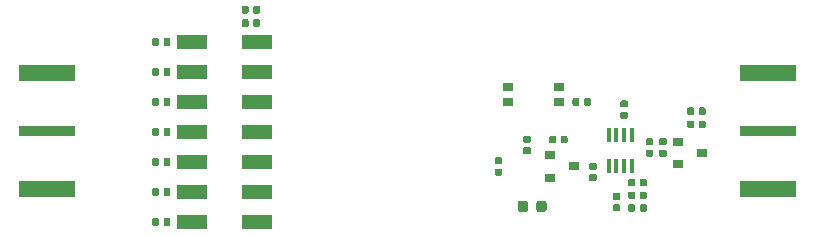
<source format=gbr>
G04 #@! TF.GenerationSoftware,KiCad,Pcbnew,(5.1.4)-1*
G04 #@! TF.CreationDate,2019-08-15T18:00:35-06:00*
G04 #@! TF.ProjectId,Windchill01,57696e64-6368-4696-9c6c-30312e6b6963,rev?*
G04 #@! TF.SameCoordinates,Original*
G04 #@! TF.FileFunction,Paste,Top*
G04 #@! TF.FilePolarity,Positive*
%FSLAX46Y46*%
G04 Gerber Fmt 4.6, Leading zero omitted, Abs format (unit mm)*
G04 Created by KiCad (PCBNEW (5.1.4)-1) date 2019-08-15 18:00:35*
%MOMM*%
%LPD*%
G04 APERTURE LIST*
%ADD10R,2.540000X1.270000*%
%ADD11R,0.400000X1.220000*%
%ADD12R,0.900000X0.800000*%
%ADD13C,0.100000*%
%ADD14C,0.590000*%
%ADD15R,4.720000X0.860000*%
%ADD16R,4.720000X1.350000*%
%ADD17C,0.875000*%
%ADD18R,0.900000X0.700000*%
G04 APERTURE END LIST*
D10*
X95860000Y-65660000D03*
X101320000Y-65660000D03*
X95860000Y-68200000D03*
X101320000Y-68200000D03*
X95860000Y-70740000D03*
X101320000Y-70740000D03*
X101320000Y-73280000D03*
X95860000Y-73280000D03*
X101320000Y-75820000D03*
X95860000Y-75820000D03*
X101320000Y-78360000D03*
X95860000Y-78360000D03*
X101320000Y-80900000D03*
X95860000Y-80900000D03*
D11*
X133085000Y-76190000D03*
X132445000Y-76190000D03*
X131785000Y-76190000D03*
X131145000Y-76190000D03*
X131140000Y-73570000D03*
X131790000Y-73570000D03*
X132440000Y-73570000D03*
X133090000Y-73570000D03*
D12*
X139040000Y-75060000D03*
X137040000Y-76010000D03*
X137040000Y-74110000D03*
D13*
G36*
X135906958Y-73815710D02*
G01*
X135921276Y-73817834D01*
X135935317Y-73821351D01*
X135948946Y-73826228D01*
X135962031Y-73832417D01*
X135974447Y-73839858D01*
X135986073Y-73848481D01*
X135996798Y-73858202D01*
X136006519Y-73868927D01*
X136015142Y-73880553D01*
X136022583Y-73892969D01*
X136028772Y-73906054D01*
X136033649Y-73919683D01*
X136037166Y-73933724D01*
X136039290Y-73948042D01*
X136040000Y-73962500D01*
X136040000Y-74257500D01*
X136039290Y-74271958D01*
X136037166Y-74286276D01*
X136033649Y-74300317D01*
X136028772Y-74313946D01*
X136022583Y-74327031D01*
X136015142Y-74339447D01*
X136006519Y-74351073D01*
X135996798Y-74361798D01*
X135986073Y-74371519D01*
X135974447Y-74380142D01*
X135962031Y-74387583D01*
X135948946Y-74393772D01*
X135935317Y-74398649D01*
X135921276Y-74402166D01*
X135906958Y-74404290D01*
X135892500Y-74405000D01*
X135547500Y-74405000D01*
X135533042Y-74404290D01*
X135518724Y-74402166D01*
X135504683Y-74398649D01*
X135491054Y-74393772D01*
X135477969Y-74387583D01*
X135465553Y-74380142D01*
X135453927Y-74371519D01*
X135443202Y-74361798D01*
X135433481Y-74351073D01*
X135424858Y-74339447D01*
X135417417Y-74327031D01*
X135411228Y-74313946D01*
X135406351Y-74300317D01*
X135402834Y-74286276D01*
X135400710Y-74271958D01*
X135400000Y-74257500D01*
X135400000Y-73962500D01*
X135400710Y-73948042D01*
X135402834Y-73933724D01*
X135406351Y-73919683D01*
X135411228Y-73906054D01*
X135417417Y-73892969D01*
X135424858Y-73880553D01*
X135433481Y-73868927D01*
X135443202Y-73858202D01*
X135453927Y-73848481D01*
X135465553Y-73839858D01*
X135477969Y-73832417D01*
X135491054Y-73826228D01*
X135504683Y-73821351D01*
X135518724Y-73817834D01*
X135533042Y-73815710D01*
X135547500Y-73815000D01*
X135892500Y-73815000D01*
X135906958Y-73815710D01*
X135906958Y-73815710D01*
G37*
D14*
X135720000Y-74110000D03*
D13*
G36*
X135906958Y-74785710D02*
G01*
X135921276Y-74787834D01*
X135935317Y-74791351D01*
X135948946Y-74796228D01*
X135962031Y-74802417D01*
X135974447Y-74809858D01*
X135986073Y-74818481D01*
X135996798Y-74828202D01*
X136006519Y-74838927D01*
X136015142Y-74850553D01*
X136022583Y-74862969D01*
X136028772Y-74876054D01*
X136033649Y-74889683D01*
X136037166Y-74903724D01*
X136039290Y-74918042D01*
X136040000Y-74932500D01*
X136040000Y-75227500D01*
X136039290Y-75241958D01*
X136037166Y-75256276D01*
X136033649Y-75270317D01*
X136028772Y-75283946D01*
X136022583Y-75297031D01*
X136015142Y-75309447D01*
X136006519Y-75321073D01*
X135996798Y-75331798D01*
X135986073Y-75341519D01*
X135974447Y-75350142D01*
X135962031Y-75357583D01*
X135948946Y-75363772D01*
X135935317Y-75368649D01*
X135921276Y-75372166D01*
X135906958Y-75374290D01*
X135892500Y-75375000D01*
X135547500Y-75375000D01*
X135533042Y-75374290D01*
X135518724Y-75372166D01*
X135504683Y-75368649D01*
X135491054Y-75363772D01*
X135477969Y-75357583D01*
X135465553Y-75350142D01*
X135453927Y-75341519D01*
X135443202Y-75331798D01*
X135433481Y-75321073D01*
X135424858Y-75309447D01*
X135417417Y-75297031D01*
X135411228Y-75283946D01*
X135406351Y-75270317D01*
X135402834Y-75256276D01*
X135400710Y-75241958D01*
X135400000Y-75227500D01*
X135400000Y-74932500D01*
X135400710Y-74918042D01*
X135402834Y-74903724D01*
X135406351Y-74889683D01*
X135411228Y-74876054D01*
X135417417Y-74862969D01*
X135424858Y-74850553D01*
X135433481Y-74838927D01*
X135443202Y-74828202D01*
X135453927Y-74818481D01*
X135465553Y-74809858D01*
X135477969Y-74802417D01*
X135491054Y-74796228D01*
X135504683Y-74791351D01*
X135518724Y-74787834D01*
X135533042Y-74785710D01*
X135547500Y-74785000D01*
X135892500Y-74785000D01*
X135906958Y-74785710D01*
X135906958Y-74785710D01*
G37*
D14*
X135720000Y-75080000D03*
D13*
G36*
X134216958Y-79400710D02*
G01*
X134231276Y-79402834D01*
X134245317Y-79406351D01*
X134258946Y-79411228D01*
X134272031Y-79417417D01*
X134284447Y-79424858D01*
X134296073Y-79433481D01*
X134306798Y-79443202D01*
X134316519Y-79453927D01*
X134325142Y-79465553D01*
X134332583Y-79477969D01*
X134338772Y-79491054D01*
X134343649Y-79504683D01*
X134347166Y-79518724D01*
X134349290Y-79533042D01*
X134350000Y-79547500D01*
X134350000Y-79892500D01*
X134349290Y-79906958D01*
X134347166Y-79921276D01*
X134343649Y-79935317D01*
X134338772Y-79948946D01*
X134332583Y-79962031D01*
X134325142Y-79974447D01*
X134316519Y-79986073D01*
X134306798Y-79996798D01*
X134296073Y-80006519D01*
X134284447Y-80015142D01*
X134272031Y-80022583D01*
X134258946Y-80028772D01*
X134245317Y-80033649D01*
X134231276Y-80037166D01*
X134216958Y-80039290D01*
X134202500Y-80040000D01*
X133907500Y-80040000D01*
X133893042Y-80039290D01*
X133878724Y-80037166D01*
X133864683Y-80033649D01*
X133851054Y-80028772D01*
X133837969Y-80022583D01*
X133825553Y-80015142D01*
X133813927Y-80006519D01*
X133803202Y-79996798D01*
X133793481Y-79986073D01*
X133784858Y-79974447D01*
X133777417Y-79962031D01*
X133771228Y-79948946D01*
X133766351Y-79935317D01*
X133762834Y-79921276D01*
X133760710Y-79906958D01*
X133760000Y-79892500D01*
X133760000Y-79547500D01*
X133760710Y-79533042D01*
X133762834Y-79518724D01*
X133766351Y-79504683D01*
X133771228Y-79491054D01*
X133777417Y-79477969D01*
X133784858Y-79465553D01*
X133793481Y-79453927D01*
X133803202Y-79443202D01*
X133813927Y-79433481D01*
X133825553Y-79424858D01*
X133837969Y-79417417D01*
X133851054Y-79411228D01*
X133864683Y-79406351D01*
X133878724Y-79402834D01*
X133893042Y-79400710D01*
X133907500Y-79400000D01*
X134202500Y-79400000D01*
X134216958Y-79400710D01*
X134216958Y-79400710D01*
G37*
D14*
X134055000Y-79720000D03*
D13*
G36*
X133246958Y-79400710D02*
G01*
X133261276Y-79402834D01*
X133275317Y-79406351D01*
X133288946Y-79411228D01*
X133302031Y-79417417D01*
X133314447Y-79424858D01*
X133326073Y-79433481D01*
X133336798Y-79443202D01*
X133346519Y-79453927D01*
X133355142Y-79465553D01*
X133362583Y-79477969D01*
X133368772Y-79491054D01*
X133373649Y-79504683D01*
X133377166Y-79518724D01*
X133379290Y-79533042D01*
X133380000Y-79547500D01*
X133380000Y-79892500D01*
X133379290Y-79906958D01*
X133377166Y-79921276D01*
X133373649Y-79935317D01*
X133368772Y-79948946D01*
X133362583Y-79962031D01*
X133355142Y-79974447D01*
X133346519Y-79986073D01*
X133336798Y-79996798D01*
X133326073Y-80006519D01*
X133314447Y-80015142D01*
X133302031Y-80022583D01*
X133288946Y-80028772D01*
X133275317Y-80033649D01*
X133261276Y-80037166D01*
X133246958Y-80039290D01*
X133232500Y-80040000D01*
X132937500Y-80040000D01*
X132923042Y-80039290D01*
X132908724Y-80037166D01*
X132894683Y-80033649D01*
X132881054Y-80028772D01*
X132867969Y-80022583D01*
X132855553Y-80015142D01*
X132843927Y-80006519D01*
X132833202Y-79996798D01*
X132823481Y-79986073D01*
X132814858Y-79974447D01*
X132807417Y-79962031D01*
X132801228Y-79948946D01*
X132796351Y-79935317D01*
X132792834Y-79921276D01*
X132790710Y-79906958D01*
X132790000Y-79892500D01*
X132790000Y-79547500D01*
X132790710Y-79533042D01*
X132792834Y-79518724D01*
X132796351Y-79504683D01*
X132801228Y-79491054D01*
X132807417Y-79477969D01*
X132814858Y-79465553D01*
X132823481Y-79453927D01*
X132833202Y-79443202D01*
X132843927Y-79433481D01*
X132855553Y-79424858D01*
X132867969Y-79417417D01*
X132881054Y-79411228D01*
X132894683Y-79406351D01*
X132908724Y-79402834D01*
X132923042Y-79400710D01*
X132937500Y-79400000D01*
X133232500Y-79400000D01*
X133246958Y-79400710D01*
X133246958Y-79400710D01*
G37*
D14*
X133085000Y-79720000D03*
D15*
X144600000Y-73220000D03*
D16*
X144600000Y-68295000D03*
X144600000Y-78145000D03*
D15*
X83600000Y-73220000D03*
D16*
X83600000Y-78145000D03*
X83600000Y-68295000D03*
D12*
X128200000Y-76200000D03*
X126200000Y-77150000D03*
X126200000Y-75250000D03*
D13*
G36*
X133246958Y-77260710D02*
G01*
X133261276Y-77262834D01*
X133275317Y-77266351D01*
X133288946Y-77271228D01*
X133302031Y-77277417D01*
X133314447Y-77284858D01*
X133326073Y-77293481D01*
X133336798Y-77303202D01*
X133346519Y-77313927D01*
X133355142Y-77325553D01*
X133362583Y-77337969D01*
X133368772Y-77351054D01*
X133373649Y-77364683D01*
X133377166Y-77378724D01*
X133379290Y-77393042D01*
X133380000Y-77407500D01*
X133380000Y-77752500D01*
X133379290Y-77766958D01*
X133377166Y-77781276D01*
X133373649Y-77795317D01*
X133368772Y-77808946D01*
X133362583Y-77822031D01*
X133355142Y-77834447D01*
X133346519Y-77846073D01*
X133336798Y-77856798D01*
X133326073Y-77866519D01*
X133314447Y-77875142D01*
X133302031Y-77882583D01*
X133288946Y-77888772D01*
X133275317Y-77893649D01*
X133261276Y-77897166D01*
X133246958Y-77899290D01*
X133232500Y-77900000D01*
X132937500Y-77900000D01*
X132923042Y-77899290D01*
X132908724Y-77897166D01*
X132894683Y-77893649D01*
X132881054Y-77888772D01*
X132867969Y-77882583D01*
X132855553Y-77875142D01*
X132843927Y-77866519D01*
X132833202Y-77856798D01*
X132823481Y-77846073D01*
X132814858Y-77834447D01*
X132807417Y-77822031D01*
X132801228Y-77808946D01*
X132796351Y-77795317D01*
X132792834Y-77781276D01*
X132790710Y-77766958D01*
X132790000Y-77752500D01*
X132790000Y-77407500D01*
X132790710Y-77393042D01*
X132792834Y-77378724D01*
X132796351Y-77364683D01*
X132801228Y-77351054D01*
X132807417Y-77337969D01*
X132814858Y-77325553D01*
X132823481Y-77313927D01*
X132833202Y-77303202D01*
X132843927Y-77293481D01*
X132855553Y-77284858D01*
X132867969Y-77277417D01*
X132881054Y-77271228D01*
X132894683Y-77266351D01*
X132908724Y-77262834D01*
X132923042Y-77260710D01*
X132937500Y-77260000D01*
X133232500Y-77260000D01*
X133246958Y-77260710D01*
X133246958Y-77260710D01*
G37*
D14*
X133085000Y-77580000D03*
D13*
G36*
X134216958Y-77260710D02*
G01*
X134231276Y-77262834D01*
X134245317Y-77266351D01*
X134258946Y-77271228D01*
X134272031Y-77277417D01*
X134284447Y-77284858D01*
X134296073Y-77293481D01*
X134306798Y-77303202D01*
X134316519Y-77313927D01*
X134325142Y-77325553D01*
X134332583Y-77337969D01*
X134338772Y-77351054D01*
X134343649Y-77364683D01*
X134347166Y-77378724D01*
X134349290Y-77393042D01*
X134350000Y-77407500D01*
X134350000Y-77752500D01*
X134349290Y-77766958D01*
X134347166Y-77781276D01*
X134343649Y-77795317D01*
X134338772Y-77808946D01*
X134332583Y-77822031D01*
X134325142Y-77834447D01*
X134316519Y-77846073D01*
X134306798Y-77856798D01*
X134296073Y-77866519D01*
X134284447Y-77875142D01*
X134272031Y-77882583D01*
X134258946Y-77888772D01*
X134245317Y-77893649D01*
X134231276Y-77897166D01*
X134216958Y-77899290D01*
X134202500Y-77900000D01*
X133907500Y-77900000D01*
X133893042Y-77899290D01*
X133878724Y-77897166D01*
X133864683Y-77893649D01*
X133851054Y-77888772D01*
X133837969Y-77882583D01*
X133825553Y-77875142D01*
X133813927Y-77866519D01*
X133803202Y-77856798D01*
X133793481Y-77846073D01*
X133784858Y-77834447D01*
X133777417Y-77822031D01*
X133771228Y-77808946D01*
X133766351Y-77795317D01*
X133762834Y-77781276D01*
X133760710Y-77766958D01*
X133760000Y-77752500D01*
X133760000Y-77407500D01*
X133760710Y-77393042D01*
X133762834Y-77378724D01*
X133766351Y-77364683D01*
X133771228Y-77351054D01*
X133777417Y-77337969D01*
X133784858Y-77325553D01*
X133793481Y-77313927D01*
X133803202Y-77303202D01*
X133813927Y-77293481D01*
X133825553Y-77284858D01*
X133837969Y-77277417D01*
X133851054Y-77271228D01*
X133864683Y-77266351D01*
X133878724Y-77262834D01*
X133893042Y-77260710D01*
X133907500Y-77260000D01*
X134202500Y-77260000D01*
X134216958Y-77260710D01*
X134216958Y-77260710D01*
G37*
D14*
X134055000Y-77580000D03*
D13*
G36*
X129986958Y-75895710D02*
G01*
X130001276Y-75897834D01*
X130015317Y-75901351D01*
X130028946Y-75906228D01*
X130042031Y-75912417D01*
X130054447Y-75919858D01*
X130066073Y-75928481D01*
X130076798Y-75938202D01*
X130086519Y-75948927D01*
X130095142Y-75960553D01*
X130102583Y-75972969D01*
X130108772Y-75986054D01*
X130113649Y-75999683D01*
X130117166Y-76013724D01*
X130119290Y-76028042D01*
X130120000Y-76042500D01*
X130120000Y-76337500D01*
X130119290Y-76351958D01*
X130117166Y-76366276D01*
X130113649Y-76380317D01*
X130108772Y-76393946D01*
X130102583Y-76407031D01*
X130095142Y-76419447D01*
X130086519Y-76431073D01*
X130076798Y-76441798D01*
X130066073Y-76451519D01*
X130054447Y-76460142D01*
X130042031Y-76467583D01*
X130028946Y-76473772D01*
X130015317Y-76478649D01*
X130001276Y-76482166D01*
X129986958Y-76484290D01*
X129972500Y-76485000D01*
X129627500Y-76485000D01*
X129613042Y-76484290D01*
X129598724Y-76482166D01*
X129584683Y-76478649D01*
X129571054Y-76473772D01*
X129557969Y-76467583D01*
X129545553Y-76460142D01*
X129533927Y-76451519D01*
X129523202Y-76441798D01*
X129513481Y-76431073D01*
X129504858Y-76419447D01*
X129497417Y-76407031D01*
X129491228Y-76393946D01*
X129486351Y-76380317D01*
X129482834Y-76366276D01*
X129480710Y-76351958D01*
X129480000Y-76337500D01*
X129480000Y-76042500D01*
X129480710Y-76028042D01*
X129482834Y-76013724D01*
X129486351Y-75999683D01*
X129491228Y-75986054D01*
X129497417Y-75972969D01*
X129504858Y-75960553D01*
X129513481Y-75948927D01*
X129523202Y-75938202D01*
X129533927Y-75928481D01*
X129545553Y-75919858D01*
X129557969Y-75912417D01*
X129571054Y-75906228D01*
X129584683Y-75901351D01*
X129598724Y-75897834D01*
X129613042Y-75895710D01*
X129627500Y-75895000D01*
X129972500Y-75895000D01*
X129986958Y-75895710D01*
X129986958Y-75895710D01*
G37*
D14*
X129800000Y-76190000D03*
D13*
G36*
X129986958Y-76865710D02*
G01*
X130001276Y-76867834D01*
X130015317Y-76871351D01*
X130028946Y-76876228D01*
X130042031Y-76882417D01*
X130054447Y-76889858D01*
X130066073Y-76898481D01*
X130076798Y-76908202D01*
X130086519Y-76918927D01*
X130095142Y-76930553D01*
X130102583Y-76942969D01*
X130108772Y-76956054D01*
X130113649Y-76969683D01*
X130117166Y-76983724D01*
X130119290Y-76998042D01*
X130120000Y-77012500D01*
X130120000Y-77307500D01*
X130119290Y-77321958D01*
X130117166Y-77336276D01*
X130113649Y-77350317D01*
X130108772Y-77363946D01*
X130102583Y-77377031D01*
X130095142Y-77389447D01*
X130086519Y-77401073D01*
X130076798Y-77411798D01*
X130066073Y-77421519D01*
X130054447Y-77430142D01*
X130042031Y-77437583D01*
X130028946Y-77443772D01*
X130015317Y-77448649D01*
X130001276Y-77452166D01*
X129986958Y-77454290D01*
X129972500Y-77455000D01*
X129627500Y-77455000D01*
X129613042Y-77454290D01*
X129598724Y-77452166D01*
X129584683Y-77448649D01*
X129571054Y-77443772D01*
X129557969Y-77437583D01*
X129545553Y-77430142D01*
X129533927Y-77421519D01*
X129523202Y-77411798D01*
X129513481Y-77401073D01*
X129504858Y-77389447D01*
X129497417Y-77377031D01*
X129491228Y-77363946D01*
X129486351Y-77350317D01*
X129482834Y-77336276D01*
X129480710Y-77321958D01*
X129480000Y-77307500D01*
X129480000Y-77012500D01*
X129480710Y-76998042D01*
X129482834Y-76983724D01*
X129486351Y-76969683D01*
X129491228Y-76956054D01*
X129497417Y-76942969D01*
X129504858Y-76930553D01*
X129513481Y-76918927D01*
X129523202Y-76908202D01*
X129533927Y-76898481D01*
X129545553Y-76889858D01*
X129557969Y-76882417D01*
X129571054Y-76876228D01*
X129584683Y-76871351D01*
X129598724Y-76867834D01*
X129613042Y-76865710D01*
X129627500Y-76865000D01*
X129972500Y-76865000D01*
X129986958Y-76865710D01*
X129986958Y-76865710D01*
G37*
D14*
X129800000Y-77160000D03*
D13*
G36*
X101481958Y-62619710D02*
G01*
X101496276Y-62621834D01*
X101510317Y-62625351D01*
X101523946Y-62630228D01*
X101537031Y-62636417D01*
X101549447Y-62643858D01*
X101561073Y-62652481D01*
X101571798Y-62662202D01*
X101581519Y-62672927D01*
X101590142Y-62684553D01*
X101597583Y-62696969D01*
X101603772Y-62710054D01*
X101608649Y-62723683D01*
X101612166Y-62737724D01*
X101614290Y-62752042D01*
X101615000Y-62766500D01*
X101615000Y-63111500D01*
X101614290Y-63125958D01*
X101612166Y-63140276D01*
X101608649Y-63154317D01*
X101603772Y-63167946D01*
X101597583Y-63181031D01*
X101590142Y-63193447D01*
X101581519Y-63205073D01*
X101571798Y-63215798D01*
X101561073Y-63225519D01*
X101549447Y-63234142D01*
X101537031Y-63241583D01*
X101523946Y-63247772D01*
X101510317Y-63252649D01*
X101496276Y-63256166D01*
X101481958Y-63258290D01*
X101467500Y-63259000D01*
X101172500Y-63259000D01*
X101158042Y-63258290D01*
X101143724Y-63256166D01*
X101129683Y-63252649D01*
X101116054Y-63247772D01*
X101102969Y-63241583D01*
X101090553Y-63234142D01*
X101078927Y-63225519D01*
X101068202Y-63215798D01*
X101058481Y-63205073D01*
X101049858Y-63193447D01*
X101042417Y-63181031D01*
X101036228Y-63167946D01*
X101031351Y-63154317D01*
X101027834Y-63140276D01*
X101025710Y-63125958D01*
X101025000Y-63111500D01*
X101025000Y-62766500D01*
X101025710Y-62752042D01*
X101027834Y-62737724D01*
X101031351Y-62723683D01*
X101036228Y-62710054D01*
X101042417Y-62696969D01*
X101049858Y-62684553D01*
X101058481Y-62672927D01*
X101068202Y-62662202D01*
X101078927Y-62652481D01*
X101090553Y-62643858D01*
X101102969Y-62636417D01*
X101116054Y-62630228D01*
X101129683Y-62625351D01*
X101143724Y-62621834D01*
X101158042Y-62619710D01*
X101172500Y-62619000D01*
X101467500Y-62619000D01*
X101481958Y-62619710D01*
X101481958Y-62619710D01*
G37*
D14*
X101320000Y-62939000D03*
D13*
G36*
X100511958Y-62619710D02*
G01*
X100526276Y-62621834D01*
X100540317Y-62625351D01*
X100553946Y-62630228D01*
X100567031Y-62636417D01*
X100579447Y-62643858D01*
X100591073Y-62652481D01*
X100601798Y-62662202D01*
X100611519Y-62672927D01*
X100620142Y-62684553D01*
X100627583Y-62696969D01*
X100633772Y-62710054D01*
X100638649Y-62723683D01*
X100642166Y-62737724D01*
X100644290Y-62752042D01*
X100645000Y-62766500D01*
X100645000Y-63111500D01*
X100644290Y-63125958D01*
X100642166Y-63140276D01*
X100638649Y-63154317D01*
X100633772Y-63167946D01*
X100627583Y-63181031D01*
X100620142Y-63193447D01*
X100611519Y-63205073D01*
X100601798Y-63215798D01*
X100591073Y-63225519D01*
X100579447Y-63234142D01*
X100567031Y-63241583D01*
X100553946Y-63247772D01*
X100540317Y-63252649D01*
X100526276Y-63256166D01*
X100511958Y-63258290D01*
X100497500Y-63259000D01*
X100202500Y-63259000D01*
X100188042Y-63258290D01*
X100173724Y-63256166D01*
X100159683Y-63252649D01*
X100146054Y-63247772D01*
X100132969Y-63241583D01*
X100120553Y-63234142D01*
X100108927Y-63225519D01*
X100098202Y-63215798D01*
X100088481Y-63205073D01*
X100079858Y-63193447D01*
X100072417Y-63181031D01*
X100066228Y-63167946D01*
X100061351Y-63154317D01*
X100057834Y-63140276D01*
X100055710Y-63125958D01*
X100055000Y-63111500D01*
X100055000Y-62766500D01*
X100055710Y-62752042D01*
X100057834Y-62737724D01*
X100061351Y-62723683D01*
X100066228Y-62710054D01*
X100072417Y-62696969D01*
X100079858Y-62684553D01*
X100088481Y-62672927D01*
X100098202Y-62662202D01*
X100108927Y-62652481D01*
X100120553Y-62643858D01*
X100132969Y-62636417D01*
X100146054Y-62630228D01*
X100159683Y-62625351D01*
X100173724Y-62621834D01*
X100188042Y-62619710D01*
X100202500Y-62619000D01*
X100497500Y-62619000D01*
X100511958Y-62619710D01*
X100511958Y-62619710D01*
G37*
D14*
X100350000Y-62939000D03*
D13*
G36*
X131971958Y-78455710D02*
G01*
X131986276Y-78457834D01*
X132000317Y-78461351D01*
X132013946Y-78466228D01*
X132027031Y-78472417D01*
X132039447Y-78479858D01*
X132051073Y-78488481D01*
X132061798Y-78498202D01*
X132071519Y-78508927D01*
X132080142Y-78520553D01*
X132087583Y-78532969D01*
X132093772Y-78546054D01*
X132098649Y-78559683D01*
X132102166Y-78573724D01*
X132104290Y-78588042D01*
X132105000Y-78602500D01*
X132105000Y-78897500D01*
X132104290Y-78911958D01*
X132102166Y-78926276D01*
X132098649Y-78940317D01*
X132093772Y-78953946D01*
X132087583Y-78967031D01*
X132080142Y-78979447D01*
X132071519Y-78991073D01*
X132061798Y-79001798D01*
X132051073Y-79011519D01*
X132039447Y-79020142D01*
X132027031Y-79027583D01*
X132013946Y-79033772D01*
X132000317Y-79038649D01*
X131986276Y-79042166D01*
X131971958Y-79044290D01*
X131957500Y-79045000D01*
X131612500Y-79045000D01*
X131598042Y-79044290D01*
X131583724Y-79042166D01*
X131569683Y-79038649D01*
X131556054Y-79033772D01*
X131542969Y-79027583D01*
X131530553Y-79020142D01*
X131518927Y-79011519D01*
X131508202Y-79001798D01*
X131498481Y-78991073D01*
X131489858Y-78979447D01*
X131482417Y-78967031D01*
X131476228Y-78953946D01*
X131471351Y-78940317D01*
X131467834Y-78926276D01*
X131465710Y-78911958D01*
X131465000Y-78897500D01*
X131465000Y-78602500D01*
X131465710Y-78588042D01*
X131467834Y-78573724D01*
X131471351Y-78559683D01*
X131476228Y-78546054D01*
X131482417Y-78532969D01*
X131489858Y-78520553D01*
X131498481Y-78508927D01*
X131508202Y-78498202D01*
X131518927Y-78488481D01*
X131530553Y-78479858D01*
X131542969Y-78472417D01*
X131556054Y-78466228D01*
X131569683Y-78461351D01*
X131583724Y-78457834D01*
X131598042Y-78455710D01*
X131612500Y-78455000D01*
X131957500Y-78455000D01*
X131971958Y-78455710D01*
X131971958Y-78455710D01*
G37*
D14*
X131785000Y-78750000D03*
D13*
G36*
X131971958Y-79425710D02*
G01*
X131986276Y-79427834D01*
X132000317Y-79431351D01*
X132013946Y-79436228D01*
X132027031Y-79442417D01*
X132039447Y-79449858D01*
X132051073Y-79458481D01*
X132061798Y-79468202D01*
X132071519Y-79478927D01*
X132080142Y-79490553D01*
X132087583Y-79502969D01*
X132093772Y-79516054D01*
X132098649Y-79529683D01*
X132102166Y-79543724D01*
X132104290Y-79558042D01*
X132105000Y-79572500D01*
X132105000Y-79867500D01*
X132104290Y-79881958D01*
X132102166Y-79896276D01*
X132098649Y-79910317D01*
X132093772Y-79923946D01*
X132087583Y-79937031D01*
X132080142Y-79949447D01*
X132071519Y-79961073D01*
X132061798Y-79971798D01*
X132051073Y-79981519D01*
X132039447Y-79990142D01*
X132027031Y-79997583D01*
X132013946Y-80003772D01*
X132000317Y-80008649D01*
X131986276Y-80012166D01*
X131971958Y-80014290D01*
X131957500Y-80015000D01*
X131612500Y-80015000D01*
X131598042Y-80014290D01*
X131583724Y-80012166D01*
X131569683Y-80008649D01*
X131556054Y-80003772D01*
X131542969Y-79997583D01*
X131530553Y-79990142D01*
X131518927Y-79981519D01*
X131508202Y-79971798D01*
X131498481Y-79961073D01*
X131489858Y-79949447D01*
X131482417Y-79937031D01*
X131476228Y-79923946D01*
X131471351Y-79910317D01*
X131467834Y-79896276D01*
X131465710Y-79881958D01*
X131465000Y-79867500D01*
X131465000Y-79572500D01*
X131465710Y-79558042D01*
X131467834Y-79543724D01*
X131471351Y-79529683D01*
X131476228Y-79516054D01*
X131482417Y-79502969D01*
X131489858Y-79490553D01*
X131498481Y-79478927D01*
X131508202Y-79468202D01*
X131518927Y-79458481D01*
X131530553Y-79449858D01*
X131542969Y-79442417D01*
X131556054Y-79436228D01*
X131569683Y-79431351D01*
X131583724Y-79427834D01*
X131598042Y-79425710D01*
X131612500Y-79425000D01*
X131957500Y-79425000D01*
X131971958Y-79425710D01*
X131971958Y-79425710D01*
G37*
D14*
X131785000Y-79720000D03*
D13*
G36*
X139201958Y-72320710D02*
G01*
X139216276Y-72322834D01*
X139230317Y-72326351D01*
X139243946Y-72331228D01*
X139257031Y-72337417D01*
X139269447Y-72344858D01*
X139281073Y-72353481D01*
X139291798Y-72363202D01*
X139301519Y-72373927D01*
X139310142Y-72385553D01*
X139317583Y-72397969D01*
X139323772Y-72411054D01*
X139328649Y-72424683D01*
X139332166Y-72438724D01*
X139334290Y-72453042D01*
X139335000Y-72467500D01*
X139335000Y-72812500D01*
X139334290Y-72826958D01*
X139332166Y-72841276D01*
X139328649Y-72855317D01*
X139323772Y-72868946D01*
X139317583Y-72882031D01*
X139310142Y-72894447D01*
X139301519Y-72906073D01*
X139291798Y-72916798D01*
X139281073Y-72926519D01*
X139269447Y-72935142D01*
X139257031Y-72942583D01*
X139243946Y-72948772D01*
X139230317Y-72953649D01*
X139216276Y-72957166D01*
X139201958Y-72959290D01*
X139187500Y-72960000D01*
X138892500Y-72960000D01*
X138878042Y-72959290D01*
X138863724Y-72957166D01*
X138849683Y-72953649D01*
X138836054Y-72948772D01*
X138822969Y-72942583D01*
X138810553Y-72935142D01*
X138798927Y-72926519D01*
X138788202Y-72916798D01*
X138778481Y-72906073D01*
X138769858Y-72894447D01*
X138762417Y-72882031D01*
X138756228Y-72868946D01*
X138751351Y-72855317D01*
X138747834Y-72841276D01*
X138745710Y-72826958D01*
X138745000Y-72812500D01*
X138745000Y-72467500D01*
X138745710Y-72453042D01*
X138747834Y-72438724D01*
X138751351Y-72424683D01*
X138756228Y-72411054D01*
X138762417Y-72397969D01*
X138769858Y-72385553D01*
X138778481Y-72373927D01*
X138788202Y-72363202D01*
X138798927Y-72353481D01*
X138810553Y-72344858D01*
X138822969Y-72337417D01*
X138836054Y-72331228D01*
X138849683Y-72326351D01*
X138863724Y-72322834D01*
X138878042Y-72320710D01*
X138892500Y-72320000D01*
X139187500Y-72320000D01*
X139201958Y-72320710D01*
X139201958Y-72320710D01*
G37*
D14*
X139040000Y-72640000D03*
D13*
G36*
X138231958Y-72320710D02*
G01*
X138246276Y-72322834D01*
X138260317Y-72326351D01*
X138273946Y-72331228D01*
X138287031Y-72337417D01*
X138299447Y-72344858D01*
X138311073Y-72353481D01*
X138321798Y-72363202D01*
X138331519Y-72373927D01*
X138340142Y-72385553D01*
X138347583Y-72397969D01*
X138353772Y-72411054D01*
X138358649Y-72424683D01*
X138362166Y-72438724D01*
X138364290Y-72453042D01*
X138365000Y-72467500D01*
X138365000Y-72812500D01*
X138364290Y-72826958D01*
X138362166Y-72841276D01*
X138358649Y-72855317D01*
X138353772Y-72868946D01*
X138347583Y-72882031D01*
X138340142Y-72894447D01*
X138331519Y-72906073D01*
X138321798Y-72916798D01*
X138311073Y-72926519D01*
X138299447Y-72935142D01*
X138287031Y-72942583D01*
X138273946Y-72948772D01*
X138260317Y-72953649D01*
X138246276Y-72957166D01*
X138231958Y-72959290D01*
X138217500Y-72960000D01*
X137922500Y-72960000D01*
X137908042Y-72959290D01*
X137893724Y-72957166D01*
X137879683Y-72953649D01*
X137866054Y-72948772D01*
X137852969Y-72942583D01*
X137840553Y-72935142D01*
X137828927Y-72926519D01*
X137818202Y-72916798D01*
X137808481Y-72906073D01*
X137799858Y-72894447D01*
X137792417Y-72882031D01*
X137786228Y-72868946D01*
X137781351Y-72855317D01*
X137777834Y-72841276D01*
X137775710Y-72826958D01*
X137775000Y-72812500D01*
X137775000Y-72467500D01*
X137775710Y-72453042D01*
X137777834Y-72438724D01*
X137781351Y-72424683D01*
X137786228Y-72411054D01*
X137792417Y-72397969D01*
X137799858Y-72385553D01*
X137808481Y-72373927D01*
X137818202Y-72363202D01*
X137828927Y-72353481D01*
X137840553Y-72344858D01*
X137852969Y-72337417D01*
X137866054Y-72331228D01*
X137879683Y-72326351D01*
X137893724Y-72322834D01*
X137908042Y-72320710D01*
X137922500Y-72320000D01*
X138217500Y-72320000D01*
X138231958Y-72320710D01*
X138231958Y-72320710D01*
G37*
D14*
X138070000Y-72640000D03*
D13*
G36*
X127511958Y-73620710D02*
G01*
X127526276Y-73622834D01*
X127540317Y-73626351D01*
X127553946Y-73631228D01*
X127567031Y-73637417D01*
X127579447Y-73644858D01*
X127591073Y-73653481D01*
X127601798Y-73663202D01*
X127611519Y-73673927D01*
X127620142Y-73685553D01*
X127627583Y-73697969D01*
X127633772Y-73711054D01*
X127638649Y-73724683D01*
X127642166Y-73738724D01*
X127644290Y-73753042D01*
X127645000Y-73767500D01*
X127645000Y-74112500D01*
X127644290Y-74126958D01*
X127642166Y-74141276D01*
X127638649Y-74155317D01*
X127633772Y-74168946D01*
X127627583Y-74182031D01*
X127620142Y-74194447D01*
X127611519Y-74206073D01*
X127601798Y-74216798D01*
X127591073Y-74226519D01*
X127579447Y-74235142D01*
X127567031Y-74242583D01*
X127553946Y-74248772D01*
X127540317Y-74253649D01*
X127526276Y-74257166D01*
X127511958Y-74259290D01*
X127497500Y-74260000D01*
X127202500Y-74260000D01*
X127188042Y-74259290D01*
X127173724Y-74257166D01*
X127159683Y-74253649D01*
X127146054Y-74248772D01*
X127132969Y-74242583D01*
X127120553Y-74235142D01*
X127108927Y-74226519D01*
X127098202Y-74216798D01*
X127088481Y-74206073D01*
X127079858Y-74194447D01*
X127072417Y-74182031D01*
X127066228Y-74168946D01*
X127061351Y-74155317D01*
X127057834Y-74141276D01*
X127055710Y-74126958D01*
X127055000Y-74112500D01*
X127055000Y-73767500D01*
X127055710Y-73753042D01*
X127057834Y-73738724D01*
X127061351Y-73724683D01*
X127066228Y-73711054D01*
X127072417Y-73697969D01*
X127079858Y-73685553D01*
X127088481Y-73673927D01*
X127098202Y-73663202D01*
X127108927Y-73653481D01*
X127120553Y-73644858D01*
X127132969Y-73637417D01*
X127146054Y-73631228D01*
X127159683Y-73626351D01*
X127173724Y-73622834D01*
X127188042Y-73620710D01*
X127202500Y-73620000D01*
X127497500Y-73620000D01*
X127511958Y-73620710D01*
X127511958Y-73620710D01*
G37*
D14*
X127350000Y-73940000D03*
D13*
G36*
X126541958Y-73620710D02*
G01*
X126556276Y-73622834D01*
X126570317Y-73626351D01*
X126583946Y-73631228D01*
X126597031Y-73637417D01*
X126609447Y-73644858D01*
X126621073Y-73653481D01*
X126631798Y-73663202D01*
X126641519Y-73673927D01*
X126650142Y-73685553D01*
X126657583Y-73697969D01*
X126663772Y-73711054D01*
X126668649Y-73724683D01*
X126672166Y-73738724D01*
X126674290Y-73753042D01*
X126675000Y-73767500D01*
X126675000Y-74112500D01*
X126674290Y-74126958D01*
X126672166Y-74141276D01*
X126668649Y-74155317D01*
X126663772Y-74168946D01*
X126657583Y-74182031D01*
X126650142Y-74194447D01*
X126641519Y-74206073D01*
X126631798Y-74216798D01*
X126621073Y-74226519D01*
X126609447Y-74235142D01*
X126597031Y-74242583D01*
X126583946Y-74248772D01*
X126570317Y-74253649D01*
X126556276Y-74257166D01*
X126541958Y-74259290D01*
X126527500Y-74260000D01*
X126232500Y-74260000D01*
X126218042Y-74259290D01*
X126203724Y-74257166D01*
X126189683Y-74253649D01*
X126176054Y-74248772D01*
X126162969Y-74242583D01*
X126150553Y-74235142D01*
X126138927Y-74226519D01*
X126128202Y-74216798D01*
X126118481Y-74206073D01*
X126109858Y-74194447D01*
X126102417Y-74182031D01*
X126096228Y-74168946D01*
X126091351Y-74155317D01*
X126087834Y-74141276D01*
X126085710Y-74126958D01*
X126085000Y-74112500D01*
X126085000Y-73767500D01*
X126085710Y-73753042D01*
X126087834Y-73738724D01*
X126091351Y-73724683D01*
X126096228Y-73711054D01*
X126102417Y-73697969D01*
X126109858Y-73685553D01*
X126118481Y-73673927D01*
X126128202Y-73663202D01*
X126138927Y-73653481D01*
X126150553Y-73644858D01*
X126162969Y-73637417D01*
X126176054Y-73631228D01*
X126189683Y-73626351D01*
X126203724Y-73622834D01*
X126218042Y-73620710D01*
X126232500Y-73620000D01*
X126527500Y-73620000D01*
X126541958Y-73620710D01*
X126541958Y-73620710D01*
G37*
D14*
X126380000Y-73940000D03*
D13*
G36*
X93896958Y-65340710D02*
G01*
X93911276Y-65342834D01*
X93925317Y-65346351D01*
X93938946Y-65351228D01*
X93952031Y-65357417D01*
X93964447Y-65364858D01*
X93976073Y-65373481D01*
X93986798Y-65383202D01*
X93996519Y-65393927D01*
X94005142Y-65405553D01*
X94012583Y-65417969D01*
X94018772Y-65431054D01*
X94023649Y-65444683D01*
X94027166Y-65458724D01*
X94029290Y-65473042D01*
X94030000Y-65487500D01*
X94030000Y-65832500D01*
X94029290Y-65846958D01*
X94027166Y-65861276D01*
X94023649Y-65875317D01*
X94018772Y-65888946D01*
X94012583Y-65902031D01*
X94005142Y-65914447D01*
X93996519Y-65926073D01*
X93986798Y-65936798D01*
X93976073Y-65946519D01*
X93964447Y-65955142D01*
X93952031Y-65962583D01*
X93938946Y-65968772D01*
X93925317Y-65973649D01*
X93911276Y-65977166D01*
X93896958Y-65979290D01*
X93882500Y-65980000D01*
X93587500Y-65980000D01*
X93573042Y-65979290D01*
X93558724Y-65977166D01*
X93544683Y-65973649D01*
X93531054Y-65968772D01*
X93517969Y-65962583D01*
X93505553Y-65955142D01*
X93493927Y-65946519D01*
X93483202Y-65936798D01*
X93473481Y-65926073D01*
X93464858Y-65914447D01*
X93457417Y-65902031D01*
X93451228Y-65888946D01*
X93446351Y-65875317D01*
X93442834Y-65861276D01*
X93440710Y-65846958D01*
X93440000Y-65832500D01*
X93440000Y-65487500D01*
X93440710Y-65473042D01*
X93442834Y-65458724D01*
X93446351Y-65444683D01*
X93451228Y-65431054D01*
X93457417Y-65417969D01*
X93464858Y-65405553D01*
X93473481Y-65393927D01*
X93483202Y-65383202D01*
X93493927Y-65373481D01*
X93505553Y-65364858D01*
X93517969Y-65357417D01*
X93531054Y-65351228D01*
X93544683Y-65346351D01*
X93558724Y-65342834D01*
X93573042Y-65340710D01*
X93587500Y-65340000D01*
X93882500Y-65340000D01*
X93896958Y-65340710D01*
X93896958Y-65340710D01*
G37*
D14*
X93735000Y-65660000D03*
D13*
G36*
X92926958Y-65340710D02*
G01*
X92941276Y-65342834D01*
X92955317Y-65346351D01*
X92968946Y-65351228D01*
X92982031Y-65357417D01*
X92994447Y-65364858D01*
X93006073Y-65373481D01*
X93016798Y-65383202D01*
X93026519Y-65393927D01*
X93035142Y-65405553D01*
X93042583Y-65417969D01*
X93048772Y-65431054D01*
X93053649Y-65444683D01*
X93057166Y-65458724D01*
X93059290Y-65473042D01*
X93060000Y-65487500D01*
X93060000Y-65832500D01*
X93059290Y-65846958D01*
X93057166Y-65861276D01*
X93053649Y-65875317D01*
X93048772Y-65888946D01*
X93042583Y-65902031D01*
X93035142Y-65914447D01*
X93026519Y-65926073D01*
X93016798Y-65936798D01*
X93006073Y-65946519D01*
X92994447Y-65955142D01*
X92982031Y-65962583D01*
X92968946Y-65968772D01*
X92955317Y-65973649D01*
X92941276Y-65977166D01*
X92926958Y-65979290D01*
X92912500Y-65980000D01*
X92617500Y-65980000D01*
X92603042Y-65979290D01*
X92588724Y-65977166D01*
X92574683Y-65973649D01*
X92561054Y-65968772D01*
X92547969Y-65962583D01*
X92535553Y-65955142D01*
X92523927Y-65946519D01*
X92513202Y-65936798D01*
X92503481Y-65926073D01*
X92494858Y-65914447D01*
X92487417Y-65902031D01*
X92481228Y-65888946D01*
X92476351Y-65875317D01*
X92472834Y-65861276D01*
X92470710Y-65846958D01*
X92470000Y-65832500D01*
X92470000Y-65487500D01*
X92470710Y-65473042D01*
X92472834Y-65458724D01*
X92476351Y-65444683D01*
X92481228Y-65431054D01*
X92487417Y-65417969D01*
X92494858Y-65405553D01*
X92503481Y-65393927D01*
X92513202Y-65383202D01*
X92523927Y-65373481D01*
X92535553Y-65364858D01*
X92547969Y-65357417D01*
X92561054Y-65351228D01*
X92574683Y-65346351D01*
X92588724Y-65342834D01*
X92603042Y-65340710D01*
X92617500Y-65340000D01*
X92912500Y-65340000D01*
X92926958Y-65340710D01*
X92926958Y-65340710D01*
G37*
D14*
X92765000Y-65660000D03*
D13*
G36*
X92926958Y-67880710D02*
G01*
X92941276Y-67882834D01*
X92955317Y-67886351D01*
X92968946Y-67891228D01*
X92982031Y-67897417D01*
X92994447Y-67904858D01*
X93006073Y-67913481D01*
X93016798Y-67923202D01*
X93026519Y-67933927D01*
X93035142Y-67945553D01*
X93042583Y-67957969D01*
X93048772Y-67971054D01*
X93053649Y-67984683D01*
X93057166Y-67998724D01*
X93059290Y-68013042D01*
X93060000Y-68027500D01*
X93060000Y-68372500D01*
X93059290Y-68386958D01*
X93057166Y-68401276D01*
X93053649Y-68415317D01*
X93048772Y-68428946D01*
X93042583Y-68442031D01*
X93035142Y-68454447D01*
X93026519Y-68466073D01*
X93016798Y-68476798D01*
X93006073Y-68486519D01*
X92994447Y-68495142D01*
X92982031Y-68502583D01*
X92968946Y-68508772D01*
X92955317Y-68513649D01*
X92941276Y-68517166D01*
X92926958Y-68519290D01*
X92912500Y-68520000D01*
X92617500Y-68520000D01*
X92603042Y-68519290D01*
X92588724Y-68517166D01*
X92574683Y-68513649D01*
X92561054Y-68508772D01*
X92547969Y-68502583D01*
X92535553Y-68495142D01*
X92523927Y-68486519D01*
X92513202Y-68476798D01*
X92503481Y-68466073D01*
X92494858Y-68454447D01*
X92487417Y-68442031D01*
X92481228Y-68428946D01*
X92476351Y-68415317D01*
X92472834Y-68401276D01*
X92470710Y-68386958D01*
X92470000Y-68372500D01*
X92470000Y-68027500D01*
X92470710Y-68013042D01*
X92472834Y-67998724D01*
X92476351Y-67984683D01*
X92481228Y-67971054D01*
X92487417Y-67957969D01*
X92494858Y-67945553D01*
X92503481Y-67933927D01*
X92513202Y-67923202D01*
X92523927Y-67913481D01*
X92535553Y-67904858D01*
X92547969Y-67897417D01*
X92561054Y-67891228D01*
X92574683Y-67886351D01*
X92588724Y-67882834D01*
X92603042Y-67880710D01*
X92617500Y-67880000D01*
X92912500Y-67880000D01*
X92926958Y-67880710D01*
X92926958Y-67880710D01*
G37*
D14*
X92765000Y-68200000D03*
D13*
G36*
X93896958Y-67880710D02*
G01*
X93911276Y-67882834D01*
X93925317Y-67886351D01*
X93938946Y-67891228D01*
X93952031Y-67897417D01*
X93964447Y-67904858D01*
X93976073Y-67913481D01*
X93986798Y-67923202D01*
X93996519Y-67933927D01*
X94005142Y-67945553D01*
X94012583Y-67957969D01*
X94018772Y-67971054D01*
X94023649Y-67984683D01*
X94027166Y-67998724D01*
X94029290Y-68013042D01*
X94030000Y-68027500D01*
X94030000Y-68372500D01*
X94029290Y-68386958D01*
X94027166Y-68401276D01*
X94023649Y-68415317D01*
X94018772Y-68428946D01*
X94012583Y-68442031D01*
X94005142Y-68454447D01*
X93996519Y-68466073D01*
X93986798Y-68476798D01*
X93976073Y-68486519D01*
X93964447Y-68495142D01*
X93952031Y-68502583D01*
X93938946Y-68508772D01*
X93925317Y-68513649D01*
X93911276Y-68517166D01*
X93896958Y-68519290D01*
X93882500Y-68520000D01*
X93587500Y-68520000D01*
X93573042Y-68519290D01*
X93558724Y-68517166D01*
X93544683Y-68513649D01*
X93531054Y-68508772D01*
X93517969Y-68502583D01*
X93505553Y-68495142D01*
X93493927Y-68486519D01*
X93483202Y-68476798D01*
X93473481Y-68466073D01*
X93464858Y-68454447D01*
X93457417Y-68442031D01*
X93451228Y-68428946D01*
X93446351Y-68415317D01*
X93442834Y-68401276D01*
X93440710Y-68386958D01*
X93440000Y-68372500D01*
X93440000Y-68027500D01*
X93440710Y-68013042D01*
X93442834Y-67998724D01*
X93446351Y-67984683D01*
X93451228Y-67971054D01*
X93457417Y-67957969D01*
X93464858Y-67945553D01*
X93473481Y-67933927D01*
X93483202Y-67923202D01*
X93493927Y-67913481D01*
X93505553Y-67904858D01*
X93517969Y-67897417D01*
X93531054Y-67891228D01*
X93544683Y-67886351D01*
X93558724Y-67882834D01*
X93573042Y-67880710D01*
X93587500Y-67880000D01*
X93882500Y-67880000D01*
X93896958Y-67880710D01*
X93896958Y-67880710D01*
G37*
D14*
X93735000Y-68200000D03*
D13*
G36*
X93896958Y-70420710D02*
G01*
X93911276Y-70422834D01*
X93925317Y-70426351D01*
X93938946Y-70431228D01*
X93952031Y-70437417D01*
X93964447Y-70444858D01*
X93976073Y-70453481D01*
X93986798Y-70463202D01*
X93996519Y-70473927D01*
X94005142Y-70485553D01*
X94012583Y-70497969D01*
X94018772Y-70511054D01*
X94023649Y-70524683D01*
X94027166Y-70538724D01*
X94029290Y-70553042D01*
X94030000Y-70567500D01*
X94030000Y-70912500D01*
X94029290Y-70926958D01*
X94027166Y-70941276D01*
X94023649Y-70955317D01*
X94018772Y-70968946D01*
X94012583Y-70982031D01*
X94005142Y-70994447D01*
X93996519Y-71006073D01*
X93986798Y-71016798D01*
X93976073Y-71026519D01*
X93964447Y-71035142D01*
X93952031Y-71042583D01*
X93938946Y-71048772D01*
X93925317Y-71053649D01*
X93911276Y-71057166D01*
X93896958Y-71059290D01*
X93882500Y-71060000D01*
X93587500Y-71060000D01*
X93573042Y-71059290D01*
X93558724Y-71057166D01*
X93544683Y-71053649D01*
X93531054Y-71048772D01*
X93517969Y-71042583D01*
X93505553Y-71035142D01*
X93493927Y-71026519D01*
X93483202Y-71016798D01*
X93473481Y-71006073D01*
X93464858Y-70994447D01*
X93457417Y-70982031D01*
X93451228Y-70968946D01*
X93446351Y-70955317D01*
X93442834Y-70941276D01*
X93440710Y-70926958D01*
X93440000Y-70912500D01*
X93440000Y-70567500D01*
X93440710Y-70553042D01*
X93442834Y-70538724D01*
X93446351Y-70524683D01*
X93451228Y-70511054D01*
X93457417Y-70497969D01*
X93464858Y-70485553D01*
X93473481Y-70473927D01*
X93483202Y-70463202D01*
X93493927Y-70453481D01*
X93505553Y-70444858D01*
X93517969Y-70437417D01*
X93531054Y-70431228D01*
X93544683Y-70426351D01*
X93558724Y-70422834D01*
X93573042Y-70420710D01*
X93587500Y-70420000D01*
X93882500Y-70420000D01*
X93896958Y-70420710D01*
X93896958Y-70420710D01*
G37*
D14*
X93735000Y-70740000D03*
D13*
G36*
X92926958Y-70420710D02*
G01*
X92941276Y-70422834D01*
X92955317Y-70426351D01*
X92968946Y-70431228D01*
X92982031Y-70437417D01*
X92994447Y-70444858D01*
X93006073Y-70453481D01*
X93016798Y-70463202D01*
X93026519Y-70473927D01*
X93035142Y-70485553D01*
X93042583Y-70497969D01*
X93048772Y-70511054D01*
X93053649Y-70524683D01*
X93057166Y-70538724D01*
X93059290Y-70553042D01*
X93060000Y-70567500D01*
X93060000Y-70912500D01*
X93059290Y-70926958D01*
X93057166Y-70941276D01*
X93053649Y-70955317D01*
X93048772Y-70968946D01*
X93042583Y-70982031D01*
X93035142Y-70994447D01*
X93026519Y-71006073D01*
X93016798Y-71016798D01*
X93006073Y-71026519D01*
X92994447Y-71035142D01*
X92982031Y-71042583D01*
X92968946Y-71048772D01*
X92955317Y-71053649D01*
X92941276Y-71057166D01*
X92926958Y-71059290D01*
X92912500Y-71060000D01*
X92617500Y-71060000D01*
X92603042Y-71059290D01*
X92588724Y-71057166D01*
X92574683Y-71053649D01*
X92561054Y-71048772D01*
X92547969Y-71042583D01*
X92535553Y-71035142D01*
X92523927Y-71026519D01*
X92513202Y-71016798D01*
X92503481Y-71006073D01*
X92494858Y-70994447D01*
X92487417Y-70982031D01*
X92481228Y-70968946D01*
X92476351Y-70955317D01*
X92472834Y-70941276D01*
X92470710Y-70926958D01*
X92470000Y-70912500D01*
X92470000Y-70567500D01*
X92470710Y-70553042D01*
X92472834Y-70538724D01*
X92476351Y-70524683D01*
X92481228Y-70511054D01*
X92487417Y-70497969D01*
X92494858Y-70485553D01*
X92503481Y-70473927D01*
X92513202Y-70463202D01*
X92523927Y-70453481D01*
X92535553Y-70444858D01*
X92547969Y-70437417D01*
X92561054Y-70431228D01*
X92574683Y-70426351D01*
X92588724Y-70422834D01*
X92603042Y-70420710D01*
X92617500Y-70420000D01*
X92912500Y-70420000D01*
X92926958Y-70420710D01*
X92926958Y-70420710D01*
G37*
D14*
X92765000Y-70740000D03*
D13*
G36*
X92926958Y-72960710D02*
G01*
X92941276Y-72962834D01*
X92955317Y-72966351D01*
X92968946Y-72971228D01*
X92982031Y-72977417D01*
X92994447Y-72984858D01*
X93006073Y-72993481D01*
X93016798Y-73003202D01*
X93026519Y-73013927D01*
X93035142Y-73025553D01*
X93042583Y-73037969D01*
X93048772Y-73051054D01*
X93053649Y-73064683D01*
X93057166Y-73078724D01*
X93059290Y-73093042D01*
X93060000Y-73107500D01*
X93060000Y-73452500D01*
X93059290Y-73466958D01*
X93057166Y-73481276D01*
X93053649Y-73495317D01*
X93048772Y-73508946D01*
X93042583Y-73522031D01*
X93035142Y-73534447D01*
X93026519Y-73546073D01*
X93016798Y-73556798D01*
X93006073Y-73566519D01*
X92994447Y-73575142D01*
X92982031Y-73582583D01*
X92968946Y-73588772D01*
X92955317Y-73593649D01*
X92941276Y-73597166D01*
X92926958Y-73599290D01*
X92912500Y-73600000D01*
X92617500Y-73600000D01*
X92603042Y-73599290D01*
X92588724Y-73597166D01*
X92574683Y-73593649D01*
X92561054Y-73588772D01*
X92547969Y-73582583D01*
X92535553Y-73575142D01*
X92523927Y-73566519D01*
X92513202Y-73556798D01*
X92503481Y-73546073D01*
X92494858Y-73534447D01*
X92487417Y-73522031D01*
X92481228Y-73508946D01*
X92476351Y-73495317D01*
X92472834Y-73481276D01*
X92470710Y-73466958D01*
X92470000Y-73452500D01*
X92470000Y-73107500D01*
X92470710Y-73093042D01*
X92472834Y-73078724D01*
X92476351Y-73064683D01*
X92481228Y-73051054D01*
X92487417Y-73037969D01*
X92494858Y-73025553D01*
X92503481Y-73013927D01*
X92513202Y-73003202D01*
X92523927Y-72993481D01*
X92535553Y-72984858D01*
X92547969Y-72977417D01*
X92561054Y-72971228D01*
X92574683Y-72966351D01*
X92588724Y-72962834D01*
X92603042Y-72960710D01*
X92617500Y-72960000D01*
X92912500Y-72960000D01*
X92926958Y-72960710D01*
X92926958Y-72960710D01*
G37*
D14*
X92765000Y-73280000D03*
D13*
G36*
X93896958Y-72960710D02*
G01*
X93911276Y-72962834D01*
X93925317Y-72966351D01*
X93938946Y-72971228D01*
X93952031Y-72977417D01*
X93964447Y-72984858D01*
X93976073Y-72993481D01*
X93986798Y-73003202D01*
X93996519Y-73013927D01*
X94005142Y-73025553D01*
X94012583Y-73037969D01*
X94018772Y-73051054D01*
X94023649Y-73064683D01*
X94027166Y-73078724D01*
X94029290Y-73093042D01*
X94030000Y-73107500D01*
X94030000Y-73452500D01*
X94029290Y-73466958D01*
X94027166Y-73481276D01*
X94023649Y-73495317D01*
X94018772Y-73508946D01*
X94012583Y-73522031D01*
X94005142Y-73534447D01*
X93996519Y-73546073D01*
X93986798Y-73556798D01*
X93976073Y-73566519D01*
X93964447Y-73575142D01*
X93952031Y-73582583D01*
X93938946Y-73588772D01*
X93925317Y-73593649D01*
X93911276Y-73597166D01*
X93896958Y-73599290D01*
X93882500Y-73600000D01*
X93587500Y-73600000D01*
X93573042Y-73599290D01*
X93558724Y-73597166D01*
X93544683Y-73593649D01*
X93531054Y-73588772D01*
X93517969Y-73582583D01*
X93505553Y-73575142D01*
X93493927Y-73566519D01*
X93483202Y-73556798D01*
X93473481Y-73546073D01*
X93464858Y-73534447D01*
X93457417Y-73522031D01*
X93451228Y-73508946D01*
X93446351Y-73495317D01*
X93442834Y-73481276D01*
X93440710Y-73466958D01*
X93440000Y-73452500D01*
X93440000Y-73107500D01*
X93440710Y-73093042D01*
X93442834Y-73078724D01*
X93446351Y-73064683D01*
X93451228Y-73051054D01*
X93457417Y-73037969D01*
X93464858Y-73025553D01*
X93473481Y-73013927D01*
X93483202Y-73003202D01*
X93493927Y-72993481D01*
X93505553Y-72984858D01*
X93517969Y-72977417D01*
X93531054Y-72971228D01*
X93544683Y-72966351D01*
X93558724Y-72962834D01*
X93573042Y-72960710D01*
X93587500Y-72960000D01*
X93882500Y-72960000D01*
X93896958Y-72960710D01*
X93896958Y-72960710D01*
G37*
D14*
X93735000Y-73280000D03*
D13*
G36*
X132626958Y-70620710D02*
G01*
X132641276Y-70622834D01*
X132655317Y-70626351D01*
X132668946Y-70631228D01*
X132682031Y-70637417D01*
X132694447Y-70644858D01*
X132706073Y-70653481D01*
X132716798Y-70663202D01*
X132726519Y-70673927D01*
X132735142Y-70685553D01*
X132742583Y-70697969D01*
X132748772Y-70711054D01*
X132753649Y-70724683D01*
X132757166Y-70738724D01*
X132759290Y-70753042D01*
X132760000Y-70767500D01*
X132760000Y-71062500D01*
X132759290Y-71076958D01*
X132757166Y-71091276D01*
X132753649Y-71105317D01*
X132748772Y-71118946D01*
X132742583Y-71132031D01*
X132735142Y-71144447D01*
X132726519Y-71156073D01*
X132716798Y-71166798D01*
X132706073Y-71176519D01*
X132694447Y-71185142D01*
X132682031Y-71192583D01*
X132668946Y-71198772D01*
X132655317Y-71203649D01*
X132641276Y-71207166D01*
X132626958Y-71209290D01*
X132612500Y-71210000D01*
X132267500Y-71210000D01*
X132253042Y-71209290D01*
X132238724Y-71207166D01*
X132224683Y-71203649D01*
X132211054Y-71198772D01*
X132197969Y-71192583D01*
X132185553Y-71185142D01*
X132173927Y-71176519D01*
X132163202Y-71166798D01*
X132153481Y-71156073D01*
X132144858Y-71144447D01*
X132137417Y-71132031D01*
X132131228Y-71118946D01*
X132126351Y-71105317D01*
X132122834Y-71091276D01*
X132120710Y-71076958D01*
X132120000Y-71062500D01*
X132120000Y-70767500D01*
X132120710Y-70753042D01*
X132122834Y-70738724D01*
X132126351Y-70724683D01*
X132131228Y-70711054D01*
X132137417Y-70697969D01*
X132144858Y-70685553D01*
X132153481Y-70673927D01*
X132163202Y-70663202D01*
X132173927Y-70653481D01*
X132185553Y-70644858D01*
X132197969Y-70637417D01*
X132211054Y-70631228D01*
X132224683Y-70626351D01*
X132238724Y-70622834D01*
X132253042Y-70620710D01*
X132267500Y-70620000D01*
X132612500Y-70620000D01*
X132626958Y-70620710D01*
X132626958Y-70620710D01*
G37*
D14*
X132440000Y-70915000D03*
D13*
G36*
X132626958Y-71590710D02*
G01*
X132641276Y-71592834D01*
X132655317Y-71596351D01*
X132668946Y-71601228D01*
X132682031Y-71607417D01*
X132694447Y-71614858D01*
X132706073Y-71623481D01*
X132716798Y-71633202D01*
X132726519Y-71643927D01*
X132735142Y-71655553D01*
X132742583Y-71667969D01*
X132748772Y-71681054D01*
X132753649Y-71694683D01*
X132757166Y-71708724D01*
X132759290Y-71723042D01*
X132760000Y-71737500D01*
X132760000Y-72032500D01*
X132759290Y-72046958D01*
X132757166Y-72061276D01*
X132753649Y-72075317D01*
X132748772Y-72088946D01*
X132742583Y-72102031D01*
X132735142Y-72114447D01*
X132726519Y-72126073D01*
X132716798Y-72136798D01*
X132706073Y-72146519D01*
X132694447Y-72155142D01*
X132682031Y-72162583D01*
X132668946Y-72168772D01*
X132655317Y-72173649D01*
X132641276Y-72177166D01*
X132626958Y-72179290D01*
X132612500Y-72180000D01*
X132267500Y-72180000D01*
X132253042Y-72179290D01*
X132238724Y-72177166D01*
X132224683Y-72173649D01*
X132211054Y-72168772D01*
X132197969Y-72162583D01*
X132185553Y-72155142D01*
X132173927Y-72146519D01*
X132163202Y-72136798D01*
X132153481Y-72126073D01*
X132144858Y-72114447D01*
X132137417Y-72102031D01*
X132131228Y-72088946D01*
X132126351Y-72075317D01*
X132122834Y-72061276D01*
X132120710Y-72046958D01*
X132120000Y-72032500D01*
X132120000Y-71737500D01*
X132120710Y-71723042D01*
X132122834Y-71708724D01*
X132126351Y-71694683D01*
X132131228Y-71681054D01*
X132137417Y-71667969D01*
X132144858Y-71655553D01*
X132153481Y-71643927D01*
X132163202Y-71633202D01*
X132173927Y-71623481D01*
X132185553Y-71614858D01*
X132197969Y-71607417D01*
X132211054Y-71601228D01*
X132224683Y-71596351D01*
X132238724Y-71592834D01*
X132253042Y-71590710D01*
X132267500Y-71590000D01*
X132612500Y-71590000D01*
X132626958Y-71590710D01*
X132626958Y-71590710D01*
G37*
D14*
X132440000Y-71885000D03*
D13*
G36*
X100511958Y-63750710D02*
G01*
X100526276Y-63752834D01*
X100540317Y-63756351D01*
X100553946Y-63761228D01*
X100567031Y-63767417D01*
X100579447Y-63774858D01*
X100591073Y-63783481D01*
X100601798Y-63793202D01*
X100611519Y-63803927D01*
X100620142Y-63815553D01*
X100627583Y-63827969D01*
X100633772Y-63841054D01*
X100638649Y-63854683D01*
X100642166Y-63868724D01*
X100644290Y-63883042D01*
X100645000Y-63897500D01*
X100645000Y-64242500D01*
X100644290Y-64256958D01*
X100642166Y-64271276D01*
X100638649Y-64285317D01*
X100633772Y-64298946D01*
X100627583Y-64312031D01*
X100620142Y-64324447D01*
X100611519Y-64336073D01*
X100601798Y-64346798D01*
X100591073Y-64356519D01*
X100579447Y-64365142D01*
X100567031Y-64372583D01*
X100553946Y-64378772D01*
X100540317Y-64383649D01*
X100526276Y-64387166D01*
X100511958Y-64389290D01*
X100497500Y-64390000D01*
X100202500Y-64390000D01*
X100188042Y-64389290D01*
X100173724Y-64387166D01*
X100159683Y-64383649D01*
X100146054Y-64378772D01*
X100132969Y-64372583D01*
X100120553Y-64365142D01*
X100108927Y-64356519D01*
X100098202Y-64346798D01*
X100088481Y-64336073D01*
X100079858Y-64324447D01*
X100072417Y-64312031D01*
X100066228Y-64298946D01*
X100061351Y-64285317D01*
X100057834Y-64271276D01*
X100055710Y-64256958D01*
X100055000Y-64242500D01*
X100055000Y-63897500D01*
X100055710Y-63883042D01*
X100057834Y-63868724D01*
X100061351Y-63854683D01*
X100066228Y-63841054D01*
X100072417Y-63827969D01*
X100079858Y-63815553D01*
X100088481Y-63803927D01*
X100098202Y-63793202D01*
X100108927Y-63783481D01*
X100120553Y-63774858D01*
X100132969Y-63767417D01*
X100146054Y-63761228D01*
X100159683Y-63756351D01*
X100173724Y-63752834D01*
X100188042Y-63750710D01*
X100202500Y-63750000D01*
X100497500Y-63750000D01*
X100511958Y-63750710D01*
X100511958Y-63750710D01*
G37*
D14*
X100350000Y-64070000D03*
D13*
G36*
X101481958Y-63750710D02*
G01*
X101496276Y-63752834D01*
X101510317Y-63756351D01*
X101523946Y-63761228D01*
X101537031Y-63767417D01*
X101549447Y-63774858D01*
X101561073Y-63783481D01*
X101571798Y-63793202D01*
X101581519Y-63803927D01*
X101590142Y-63815553D01*
X101597583Y-63827969D01*
X101603772Y-63841054D01*
X101608649Y-63854683D01*
X101612166Y-63868724D01*
X101614290Y-63883042D01*
X101615000Y-63897500D01*
X101615000Y-64242500D01*
X101614290Y-64256958D01*
X101612166Y-64271276D01*
X101608649Y-64285317D01*
X101603772Y-64298946D01*
X101597583Y-64312031D01*
X101590142Y-64324447D01*
X101581519Y-64336073D01*
X101571798Y-64346798D01*
X101561073Y-64356519D01*
X101549447Y-64365142D01*
X101537031Y-64372583D01*
X101523946Y-64378772D01*
X101510317Y-64383649D01*
X101496276Y-64387166D01*
X101481958Y-64389290D01*
X101467500Y-64390000D01*
X101172500Y-64390000D01*
X101158042Y-64389290D01*
X101143724Y-64387166D01*
X101129683Y-64383649D01*
X101116054Y-64378772D01*
X101102969Y-64372583D01*
X101090553Y-64365142D01*
X101078927Y-64356519D01*
X101068202Y-64346798D01*
X101058481Y-64336073D01*
X101049858Y-64324447D01*
X101042417Y-64312031D01*
X101036228Y-64298946D01*
X101031351Y-64285317D01*
X101027834Y-64271276D01*
X101025710Y-64256958D01*
X101025000Y-64242500D01*
X101025000Y-63897500D01*
X101025710Y-63883042D01*
X101027834Y-63868724D01*
X101031351Y-63854683D01*
X101036228Y-63841054D01*
X101042417Y-63827969D01*
X101049858Y-63815553D01*
X101058481Y-63803927D01*
X101068202Y-63793202D01*
X101078927Y-63783481D01*
X101090553Y-63774858D01*
X101102969Y-63767417D01*
X101116054Y-63761228D01*
X101129683Y-63756351D01*
X101143724Y-63752834D01*
X101158042Y-63750710D01*
X101172500Y-63750000D01*
X101467500Y-63750000D01*
X101481958Y-63750710D01*
X101481958Y-63750710D01*
G37*
D14*
X101320000Y-64070000D03*
D13*
G36*
X93896958Y-75500710D02*
G01*
X93911276Y-75502834D01*
X93925317Y-75506351D01*
X93938946Y-75511228D01*
X93952031Y-75517417D01*
X93964447Y-75524858D01*
X93976073Y-75533481D01*
X93986798Y-75543202D01*
X93996519Y-75553927D01*
X94005142Y-75565553D01*
X94012583Y-75577969D01*
X94018772Y-75591054D01*
X94023649Y-75604683D01*
X94027166Y-75618724D01*
X94029290Y-75633042D01*
X94030000Y-75647500D01*
X94030000Y-75992500D01*
X94029290Y-76006958D01*
X94027166Y-76021276D01*
X94023649Y-76035317D01*
X94018772Y-76048946D01*
X94012583Y-76062031D01*
X94005142Y-76074447D01*
X93996519Y-76086073D01*
X93986798Y-76096798D01*
X93976073Y-76106519D01*
X93964447Y-76115142D01*
X93952031Y-76122583D01*
X93938946Y-76128772D01*
X93925317Y-76133649D01*
X93911276Y-76137166D01*
X93896958Y-76139290D01*
X93882500Y-76140000D01*
X93587500Y-76140000D01*
X93573042Y-76139290D01*
X93558724Y-76137166D01*
X93544683Y-76133649D01*
X93531054Y-76128772D01*
X93517969Y-76122583D01*
X93505553Y-76115142D01*
X93493927Y-76106519D01*
X93483202Y-76096798D01*
X93473481Y-76086073D01*
X93464858Y-76074447D01*
X93457417Y-76062031D01*
X93451228Y-76048946D01*
X93446351Y-76035317D01*
X93442834Y-76021276D01*
X93440710Y-76006958D01*
X93440000Y-75992500D01*
X93440000Y-75647500D01*
X93440710Y-75633042D01*
X93442834Y-75618724D01*
X93446351Y-75604683D01*
X93451228Y-75591054D01*
X93457417Y-75577969D01*
X93464858Y-75565553D01*
X93473481Y-75553927D01*
X93483202Y-75543202D01*
X93493927Y-75533481D01*
X93505553Y-75524858D01*
X93517969Y-75517417D01*
X93531054Y-75511228D01*
X93544683Y-75506351D01*
X93558724Y-75502834D01*
X93573042Y-75500710D01*
X93587500Y-75500000D01*
X93882500Y-75500000D01*
X93896958Y-75500710D01*
X93896958Y-75500710D01*
G37*
D14*
X93735000Y-75820000D03*
D13*
G36*
X92926958Y-75500710D02*
G01*
X92941276Y-75502834D01*
X92955317Y-75506351D01*
X92968946Y-75511228D01*
X92982031Y-75517417D01*
X92994447Y-75524858D01*
X93006073Y-75533481D01*
X93016798Y-75543202D01*
X93026519Y-75553927D01*
X93035142Y-75565553D01*
X93042583Y-75577969D01*
X93048772Y-75591054D01*
X93053649Y-75604683D01*
X93057166Y-75618724D01*
X93059290Y-75633042D01*
X93060000Y-75647500D01*
X93060000Y-75992500D01*
X93059290Y-76006958D01*
X93057166Y-76021276D01*
X93053649Y-76035317D01*
X93048772Y-76048946D01*
X93042583Y-76062031D01*
X93035142Y-76074447D01*
X93026519Y-76086073D01*
X93016798Y-76096798D01*
X93006073Y-76106519D01*
X92994447Y-76115142D01*
X92982031Y-76122583D01*
X92968946Y-76128772D01*
X92955317Y-76133649D01*
X92941276Y-76137166D01*
X92926958Y-76139290D01*
X92912500Y-76140000D01*
X92617500Y-76140000D01*
X92603042Y-76139290D01*
X92588724Y-76137166D01*
X92574683Y-76133649D01*
X92561054Y-76128772D01*
X92547969Y-76122583D01*
X92535553Y-76115142D01*
X92523927Y-76106519D01*
X92513202Y-76096798D01*
X92503481Y-76086073D01*
X92494858Y-76074447D01*
X92487417Y-76062031D01*
X92481228Y-76048946D01*
X92476351Y-76035317D01*
X92472834Y-76021276D01*
X92470710Y-76006958D01*
X92470000Y-75992500D01*
X92470000Y-75647500D01*
X92470710Y-75633042D01*
X92472834Y-75618724D01*
X92476351Y-75604683D01*
X92481228Y-75591054D01*
X92487417Y-75577969D01*
X92494858Y-75565553D01*
X92503481Y-75553927D01*
X92513202Y-75543202D01*
X92523927Y-75533481D01*
X92535553Y-75524858D01*
X92547969Y-75517417D01*
X92561054Y-75511228D01*
X92574683Y-75506351D01*
X92588724Y-75502834D01*
X92603042Y-75500710D01*
X92617500Y-75500000D01*
X92912500Y-75500000D01*
X92926958Y-75500710D01*
X92926958Y-75500710D01*
G37*
D14*
X92765000Y-75820000D03*
D13*
G36*
X92926958Y-78040710D02*
G01*
X92941276Y-78042834D01*
X92955317Y-78046351D01*
X92968946Y-78051228D01*
X92982031Y-78057417D01*
X92994447Y-78064858D01*
X93006073Y-78073481D01*
X93016798Y-78083202D01*
X93026519Y-78093927D01*
X93035142Y-78105553D01*
X93042583Y-78117969D01*
X93048772Y-78131054D01*
X93053649Y-78144683D01*
X93057166Y-78158724D01*
X93059290Y-78173042D01*
X93060000Y-78187500D01*
X93060000Y-78532500D01*
X93059290Y-78546958D01*
X93057166Y-78561276D01*
X93053649Y-78575317D01*
X93048772Y-78588946D01*
X93042583Y-78602031D01*
X93035142Y-78614447D01*
X93026519Y-78626073D01*
X93016798Y-78636798D01*
X93006073Y-78646519D01*
X92994447Y-78655142D01*
X92982031Y-78662583D01*
X92968946Y-78668772D01*
X92955317Y-78673649D01*
X92941276Y-78677166D01*
X92926958Y-78679290D01*
X92912500Y-78680000D01*
X92617500Y-78680000D01*
X92603042Y-78679290D01*
X92588724Y-78677166D01*
X92574683Y-78673649D01*
X92561054Y-78668772D01*
X92547969Y-78662583D01*
X92535553Y-78655142D01*
X92523927Y-78646519D01*
X92513202Y-78636798D01*
X92503481Y-78626073D01*
X92494858Y-78614447D01*
X92487417Y-78602031D01*
X92481228Y-78588946D01*
X92476351Y-78575317D01*
X92472834Y-78561276D01*
X92470710Y-78546958D01*
X92470000Y-78532500D01*
X92470000Y-78187500D01*
X92470710Y-78173042D01*
X92472834Y-78158724D01*
X92476351Y-78144683D01*
X92481228Y-78131054D01*
X92487417Y-78117969D01*
X92494858Y-78105553D01*
X92503481Y-78093927D01*
X92513202Y-78083202D01*
X92523927Y-78073481D01*
X92535553Y-78064858D01*
X92547969Y-78057417D01*
X92561054Y-78051228D01*
X92574683Y-78046351D01*
X92588724Y-78042834D01*
X92603042Y-78040710D01*
X92617500Y-78040000D01*
X92912500Y-78040000D01*
X92926958Y-78040710D01*
X92926958Y-78040710D01*
G37*
D14*
X92765000Y-78360000D03*
D13*
G36*
X93896958Y-78040710D02*
G01*
X93911276Y-78042834D01*
X93925317Y-78046351D01*
X93938946Y-78051228D01*
X93952031Y-78057417D01*
X93964447Y-78064858D01*
X93976073Y-78073481D01*
X93986798Y-78083202D01*
X93996519Y-78093927D01*
X94005142Y-78105553D01*
X94012583Y-78117969D01*
X94018772Y-78131054D01*
X94023649Y-78144683D01*
X94027166Y-78158724D01*
X94029290Y-78173042D01*
X94030000Y-78187500D01*
X94030000Y-78532500D01*
X94029290Y-78546958D01*
X94027166Y-78561276D01*
X94023649Y-78575317D01*
X94018772Y-78588946D01*
X94012583Y-78602031D01*
X94005142Y-78614447D01*
X93996519Y-78626073D01*
X93986798Y-78636798D01*
X93976073Y-78646519D01*
X93964447Y-78655142D01*
X93952031Y-78662583D01*
X93938946Y-78668772D01*
X93925317Y-78673649D01*
X93911276Y-78677166D01*
X93896958Y-78679290D01*
X93882500Y-78680000D01*
X93587500Y-78680000D01*
X93573042Y-78679290D01*
X93558724Y-78677166D01*
X93544683Y-78673649D01*
X93531054Y-78668772D01*
X93517969Y-78662583D01*
X93505553Y-78655142D01*
X93493927Y-78646519D01*
X93483202Y-78636798D01*
X93473481Y-78626073D01*
X93464858Y-78614447D01*
X93457417Y-78602031D01*
X93451228Y-78588946D01*
X93446351Y-78575317D01*
X93442834Y-78561276D01*
X93440710Y-78546958D01*
X93440000Y-78532500D01*
X93440000Y-78187500D01*
X93440710Y-78173042D01*
X93442834Y-78158724D01*
X93446351Y-78144683D01*
X93451228Y-78131054D01*
X93457417Y-78117969D01*
X93464858Y-78105553D01*
X93473481Y-78093927D01*
X93483202Y-78083202D01*
X93493927Y-78073481D01*
X93505553Y-78064858D01*
X93517969Y-78057417D01*
X93531054Y-78051228D01*
X93544683Y-78046351D01*
X93558724Y-78042834D01*
X93573042Y-78040710D01*
X93587500Y-78040000D01*
X93882500Y-78040000D01*
X93896958Y-78040710D01*
X93896958Y-78040710D01*
G37*
D14*
X93735000Y-78360000D03*
D13*
G36*
X93896958Y-80580710D02*
G01*
X93911276Y-80582834D01*
X93925317Y-80586351D01*
X93938946Y-80591228D01*
X93952031Y-80597417D01*
X93964447Y-80604858D01*
X93976073Y-80613481D01*
X93986798Y-80623202D01*
X93996519Y-80633927D01*
X94005142Y-80645553D01*
X94012583Y-80657969D01*
X94018772Y-80671054D01*
X94023649Y-80684683D01*
X94027166Y-80698724D01*
X94029290Y-80713042D01*
X94030000Y-80727500D01*
X94030000Y-81072500D01*
X94029290Y-81086958D01*
X94027166Y-81101276D01*
X94023649Y-81115317D01*
X94018772Y-81128946D01*
X94012583Y-81142031D01*
X94005142Y-81154447D01*
X93996519Y-81166073D01*
X93986798Y-81176798D01*
X93976073Y-81186519D01*
X93964447Y-81195142D01*
X93952031Y-81202583D01*
X93938946Y-81208772D01*
X93925317Y-81213649D01*
X93911276Y-81217166D01*
X93896958Y-81219290D01*
X93882500Y-81220000D01*
X93587500Y-81220000D01*
X93573042Y-81219290D01*
X93558724Y-81217166D01*
X93544683Y-81213649D01*
X93531054Y-81208772D01*
X93517969Y-81202583D01*
X93505553Y-81195142D01*
X93493927Y-81186519D01*
X93483202Y-81176798D01*
X93473481Y-81166073D01*
X93464858Y-81154447D01*
X93457417Y-81142031D01*
X93451228Y-81128946D01*
X93446351Y-81115317D01*
X93442834Y-81101276D01*
X93440710Y-81086958D01*
X93440000Y-81072500D01*
X93440000Y-80727500D01*
X93440710Y-80713042D01*
X93442834Y-80698724D01*
X93446351Y-80684683D01*
X93451228Y-80671054D01*
X93457417Y-80657969D01*
X93464858Y-80645553D01*
X93473481Y-80633927D01*
X93483202Y-80623202D01*
X93493927Y-80613481D01*
X93505553Y-80604858D01*
X93517969Y-80597417D01*
X93531054Y-80591228D01*
X93544683Y-80586351D01*
X93558724Y-80582834D01*
X93573042Y-80580710D01*
X93587500Y-80580000D01*
X93882500Y-80580000D01*
X93896958Y-80580710D01*
X93896958Y-80580710D01*
G37*
D14*
X93735000Y-80900000D03*
D13*
G36*
X92926958Y-80580710D02*
G01*
X92941276Y-80582834D01*
X92955317Y-80586351D01*
X92968946Y-80591228D01*
X92982031Y-80597417D01*
X92994447Y-80604858D01*
X93006073Y-80613481D01*
X93016798Y-80623202D01*
X93026519Y-80633927D01*
X93035142Y-80645553D01*
X93042583Y-80657969D01*
X93048772Y-80671054D01*
X93053649Y-80684683D01*
X93057166Y-80698724D01*
X93059290Y-80713042D01*
X93060000Y-80727500D01*
X93060000Y-81072500D01*
X93059290Y-81086958D01*
X93057166Y-81101276D01*
X93053649Y-81115317D01*
X93048772Y-81128946D01*
X93042583Y-81142031D01*
X93035142Y-81154447D01*
X93026519Y-81166073D01*
X93016798Y-81176798D01*
X93006073Y-81186519D01*
X92994447Y-81195142D01*
X92982031Y-81202583D01*
X92968946Y-81208772D01*
X92955317Y-81213649D01*
X92941276Y-81217166D01*
X92926958Y-81219290D01*
X92912500Y-81220000D01*
X92617500Y-81220000D01*
X92603042Y-81219290D01*
X92588724Y-81217166D01*
X92574683Y-81213649D01*
X92561054Y-81208772D01*
X92547969Y-81202583D01*
X92535553Y-81195142D01*
X92523927Y-81186519D01*
X92513202Y-81176798D01*
X92503481Y-81166073D01*
X92494858Y-81154447D01*
X92487417Y-81142031D01*
X92481228Y-81128946D01*
X92476351Y-81115317D01*
X92472834Y-81101276D01*
X92470710Y-81086958D01*
X92470000Y-81072500D01*
X92470000Y-80727500D01*
X92470710Y-80713042D01*
X92472834Y-80698724D01*
X92476351Y-80684683D01*
X92481228Y-80671054D01*
X92487417Y-80657969D01*
X92494858Y-80645553D01*
X92503481Y-80633927D01*
X92513202Y-80623202D01*
X92523927Y-80613481D01*
X92535553Y-80604858D01*
X92547969Y-80597417D01*
X92561054Y-80591228D01*
X92574683Y-80586351D01*
X92588724Y-80582834D01*
X92603042Y-80580710D01*
X92617500Y-80580000D01*
X92912500Y-80580000D01*
X92926958Y-80580710D01*
X92926958Y-80580710D01*
G37*
D14*
X92765000Y-80900000D03*
D13*
G36*
X139201958Y-71210710D02*
G01*
X139216276Y-71212834D01*
X139230317Y-71216351D01*
X139243946Y-71221228D01*
X139257031Y-71227417D01*
X139269447Y-71234858D01*
X139281073Y-71243481D01*
X139291798Y-71253202D01*
X139301519Y-71263927D01*
X139310142Y-71275553D01*
X139317583Y-71287969D01*
X139323772Y-71301054D01*
X139328649Y-71314683D01*
X139332166Y-71328724D01*
X139334290Y-71343042D01*
X139335000Y-71357500D01*
X139335000Y-71702500D01*
X139334290Y-71716958D01*
X139332166Y-71731276D01*
X139328649Y-71745317D01*
X139323772Y-71758946D01*
X139317583Y-71772031D01*
X139310142Y-71784447D01*
X139301519Y-71796073D01*
X139291798Y-71806798D01*
X139281073Y-71816519D01*
X139269447Y-71825142D01*
X139257031Y-71832583D01*
X139243946Y-71838772D01*
X139230317Y-71843649D01*
X139216276Y-71847166D01*
X139201958Y-71849290D01*
X139187500Y-71850000D01*
X138892500Y-71850000D01*
X138878042Y-71849290D01*
X138863724Y-71847166D01*
X138849683Y-71843649D01*
X138836054Y-71838772D01*
X138822969Y-71832583D01*
X138810553Y-71825142D01*
X138798927Y-71816519D01*
X138788202Y-71806798D01*
X138778481Y-71796073D01*
X138769858Y-71784447D01*
X138762417Y-71772031D01*
X138756228Y-71758946D01*
X138751351Y-71745317D01*
X138747834Y-71731276D01*
X138745710Y-71716958D01*
X138745000Y-71702500D01*
X138745000Y-71357500D01*
X138745710Y-71343042D01*
X138747834Y-71328724D01*
X138751351Y-71314683D01*
X138756228Y-71301054D01*
X138762417Y-71287969D01*
X138769858Y-71275553D01*
X138778481Y-71263927D01*
X138788202Y-71253202D01*
X138798927Y-71243481D01*
X138810553Y-71234858D01*
X138822969Y-71227417D01*
X138836054Y-71221228D01*
X138849683Y-71216351D01*
X138863724Y-71212834D01*
X138878042Y-71210710D01*
X138892500Y-71210000D01*
X139187500Y-71210000D01*
X139201958Y-71210710D01*
X139201958Y-71210710D01*
G37*
D14*
X139040000Y-71530000D03*
D13*
G36*
X138231958Y-71210710D02*
G01*
X138246276Y-71212834D01*
X138260317Y-71216351D01*
X138273946Y-71221228D01*
X138287031Y-71227417D01*
X138299447Y-71234858D01*
X138311073Y-71243481D01*
X138321798Y-71253202D01*
X138331519Y-71263927D01*
X138340142Y-71275553D01*
X138347583Y-71287969D01*
X138353772Y-71301054D01*
X138358649Y-71314683D01*
X138362166Y-71328724D01*
X138364290Y-71343042D01*
X138365000Y-71357500D01*
X138365000Y-71702500D01*
X138364290Y-71716958D01*
X138362166Y-71731276D01*
X138358649Y-71745317D01*
X138353772Y-71758946D01*
X138347583Y-71772031D01*
X138340142Y-71784447D01*
X138331519Y-71796073D01*
X138321798Y-71806798D01*
X138311073Y-71816519D01*
X138299447Y-71825142D01*
X138287031Y-71832583D01*
X138273946Y-71838772D01*
X138260317Y-71843649D01*
X138246276Y-71847166D01*
X138231958Y-71849290D01*
X138217500Y-71850000D01*
X137922500Y-71850000D01*
X137908042Y-71849290D01*
X137893724Y-71847166D01*
X137879683Y-71843649D01*
X137866054Y-71838772D01*
X137852969Y-71832583D01*
X137840553Y-71825142D01*
X137828927Y-71816519D01*
X137818202Y-71806798D01*
X137808481Y-71796073D01*
X137799858Y-71784447D01*
X137792417Y-71772031D01*
X137786228Y-71758946D01*
X137781351Y-71745317D01*
X137777834Y-71731276D01*
X137775710Y-71716958D01*
X137775000Y-71702500D01*
X137775000Y-71357500D01*
X137775710Y-71343042D01*
X137777834Y-71328724D01*
X137781351Y-71314683D01*
X137786228Y-71301054D01*
X137792417Y-71287969D01*
X137799858Y-71275553D01*
X137808481Y-71263927D01*
X137818202Y-71253202D01*
X137828927Y-71243481D01*
X137840553Y-71234858D01*
X137852969Y-71227417D01*
X137866054Y-71221228D01*
X137879683Y-71216351D01*
X137893724Y-71212834D01*
X137908042Y-71210710D01*
X137922500Y-71210000D01*
X138217500Y-71210000D01*
X138231958Y-71210710D01*
X138231958Y-71210710D01*
G37*
D14*
X138070000Y-71530000D03*
D13*
G36*
X134766958Y-73815710D02*
G01*
X134781276Y-73817834D01*
X134795317Y-73821351D01*
X134808946Y-73826228D01*
X134822031Y-73832417D01*
X134834447Y-73839858D01*
X134846073Y-73848481D01*
X134856798Y-73858202D01*
X134866519Y-73868927D01*
X134875142Y-73880553D01*
X134882583Y-73892969D01*
X134888772Y-73906054D01*
X134893649Y-73919683D01*
X134897166Y-73933724D01*
X134899290Y-73948042D01*
X134900000Y-73962500D01*
X134900000Y-74257500D01*
X134899290Y-74271958D01*
X134897166Y-74286276D01*
X134893649Y-74300317D01*
X134888772Y-74313946D01*
X134882583Y-74327031D01*
X134875142Y-74339447D01*
X134866519Y-74351073D01*
X134856798Y-74361798D01*
X134846073Y-74371519D01*
X134834447Y-74380142D01*
X134822031Y-74387583D01*
X134808946Y-74393772D01*
X134795317Y-74398649D01*
X134781276Y-74402166D01*
X134766958Y-74404290D01*
X134752500Y-74405000D01*
X134407500Y-74405000D01*
X134393042Y-74404290D01*
X134378724Y-74402166D01*
X134364683Y-74398649D01*
X134351054Y-74393772D01*
X134337969Y-74387583D01*
X134325553Y-74380142D01*
X134313927Y-74371519D01*
X134303202Y-74361798D01*
X134293481Y-74351073D01*
X134284858Y-74339447D01*
X134277417Y-74327031D01*
X134271228Y-74313946D01*
X134266351Y-74300317D01*
X134262834Y-74286276D01*
X134260710Y-74271958D01*
X134260000Y-74257500D01*
X134260000Y-73962500D01*
X134260710Y-73948042D01*
X134262834Y-73933724D01*
X134266351Y-73919683D01*
X134271228Y-73906054D01*
X134277417Y-73892969D01*
X134284858Y-73880553D01*
X134293481Y-73868927D01*
X134303202Y-73858202D01*
X134313927Y-73848481D01*
X134325553Y-73839858D01*
X134337969Y-73832417D01*
X134351054Y-73826228D01*
X134364683Y-73821351D01*
X134378724Y-73817834D01*
X134393042Y-73815710D01*
X134407500Y-73815000D01*
X134752500Y-73815000D01*
X134766958Y-73815710D01*
X134766958Y-73815710D01*
G37*
D14*
X134580000Y-74110000D03*
D13*
G36*
X134766958Y-74785710D02*
G01*
X134781276Y-74787834D01*
X134795317Y-74791351D01*
X134808946Y-74796228D01*
X134822031Y-74802417D01*
X134834447Y-74809858D01*
X134846073Y-74818481D01*
X134856798Y-74828202D01*
X134866519Y-74838927D01*
X134875142Y-74850553D01*
X134882583Y-74862969D01*
X134888772Y-74876054D01*
X134893649Y-74889683D01*
X134897166Y-74903724D01*
X134899290Y-74918042D01*
X134900000Y-74932500D01*
X134900000Y-75227500D01*
X134899290Y-75241958D01*
X134897166Y-75256276D01*
X134893649Y-75270317D01*
X134888772Y-75283946D01*
X134882583Y-75297031D01*
X134875142Y-75309447D01*
X134866519Y-75321073D01*
X134856798Y-75331798D01*
X134846073Y-75341519D01*
X134834447Y-75350142D01*
X134822031Y-75357583D01*
X134808946Y-75363772D01*
X134795317Y-75368649D01*
X134781276Y-75372166D01*
X134766958Y-75374290D01*
X134752500Y-75375000D01*
X134407500Y-75375000D01*
X134393042Y-75374290D01*
X134378724Y-75372166D01*
X134364683Y-75368649D01*
X134351054Y-75363772D01*
X134337969Y-75357583D01*
X134325553Y-75350142D01*
X134313927Y-75341519D01*
X134303202Y-75331798D01*
X134293481Y-75321073D01*
X134284858Y-75309447D01*
X134277417Y-75297031D01*
X134271228Y-75283946D01*
X134266351Y-75270317D01*
X134262834Y-75256276D01*
X134260710Y-75241958D01*
X134260000Y-75227500D01*
X134260000Y-74932500D01*
X134260710Y-74918042D01*
X134262834Y-74903724D01*
X134266351Y-74889683D01*
X134271228Y-74876054D01*
X134277417Y-74862969D01*
X134284858Y-74850553D01*
X134293481Y-74838927D01*
X134303202Y-74828202D01*
X134313927Y-74818481D01*
X134325553Y-74809858D01*
X134337969Y-74802417D01*
X134351054Y-74796228D01*
X134364683Y-74791351D01*
X134378724Y-74787834D01*
X134393042Y-74785710D01*
X134407500Y-74785000D01*
X134752500Y-74785000D01*
X134766958Y-74785710D01*
X134766958Y-74785710D01*
G37*
D14*
X134580000Y-75080000D03*
D13*
G36*
X125681691Y-79105053D02*
G01*
X125702926Y-79108203D01*
X125723750Y-79113419D01*
X125743962Y-79120651D01*
X125763368Y-79129830D01*
X125781781Y-79140866D01*
X125799024Y-79153654D01*
X125814930Y-79168070D01*
X125829346Y-79183976D01*
X125842134Y-79201219D01*
X125853170Y-79219632D01*
X125862349Y-79239038D01*
X125869581Y-79259250D01*
X125874797Y-79280074D01*
X125877947Y-79301309D01*
X125879000Y-79322750D01*
X125879000Y-79835250D01*
X125877947Y-79856691D01*
X125874797Y-79877926D01*
X125869581Y-79898750D01*
X125862349Y-79918962D01*
X125853170Y-79938368D01*
X125842134Y-79956781D01*
X125829346Y-79974024D01*
X125814930Y-79989930D01*
X125799024Y-80004346D01*
X125781781Y-80017134D01*
X125763368Y-80028170D01*
X125743962Y-80037349D01*
X125723750Y-80044581D01*
X125702926Y-80049797D01*
X125681691Y-80052947D01*
X125660250Y-80054000D01*
X125222750Y-80054000D01*
X125201309Y-80052947D01*
X125180074Y-80049797D01*
X125159250Y-80044581D01*
X125139038Y-80037349D01*
X125119632Y-80028170D01*
X125101219Y-80017134D01*
X125083976Y-80004346D01*
X125068070Y-79989930D01*
X125053654Y-79974024D01*
X125040866Y-79956781D01*
X125029830Y-79938368D01*
X125020651Y-79918962D01*
X125013419Y-79898750D01*
X125008203Y-79877926D01*
X125005053Y-79856691D01*
X125004000Y-79835250D01*
X125004000Y-79322750D01*
X125005053Y-79301309D01*
X125008203Y-79280074D01*
X125013419Y-79259250D01*
X125020651Y-79239038D01*
X125029830Y-79219632D01*
X125040866Y-79201219D01*
X125053654Y-79183976D01*
X125068070Y-79168070D01*
X125083976Y-79153654D01*
X125101219Y-79140866D01*
X125119632Y-79129830D01*
X125139038Y-79120651D01*
X125159250Y-79113419D01*
X125180074Y-79108203D01*
X125201309Y-79105053D01*
X125222750Y-79104000D01*
X125660250Y-79104000D01*
X125681691Y-79105053D01*
X125681691Y-79105053D01*
G37*
D17*
X125441500Y-79579000D03*
D13*
G36*
X124106691Y-79105053D02*
G01*
X124127926Y-79108203D01*
X124148750Y-79113419D01*
X124168962Y-79120651D01*
X124188368Y-79129830D01*
X124206781Y-79140866D01*
X124224024Y-79153654D01*
X124239930Y-79168070D01*
X124254346Y-79183976D01*
X124267134Y-79201219D01*
X124278170Y-79219632D01*
X124287349Y-79239038D01*
X124294581Y-79259250D01*
X124299797Y-79280074D01*
X124302947Y-79301309D01*
X124304000Y-79322750D01*
X124304000Y-79835250D01*
X124302947Y-79856691D01*
X124299797Y-79877926D01*
X124294581Y-79898750D01*
X124287349Y-79918962D01*
X124278170Y-79938368D01*
X124267134Y-79956781D01*
X124254346Y-79974024D01*
X124239930Y-79989930D01*
X124224024Y-80004346D01*
X124206781Y-80017134D01*
X124188368Y-80028170D01*
X124168962Y-80037349D01*
X124148750Y-80044581D01*
X124127926Y-80049797D01*
X124106691Y-80052947D01*
X124085250Y-80054000D01*
X123647750Y-80054000D01*
X123626309Y-80052947D01*
X123605074Y-80049797D01*
X123584250Y-80044581D01*
X123564038Y-80037349D01*
X123544632Y-80028170D01*
X123526219Y-80017134D01*
X123508976Y-80004346D01*
X123493070Y-79989930D01*
X123478654Y-79974024D01*
X123465866Y-79956781D01*
X123454830Y-79938368D01*
X123445651Y-79918962D01*
X123438419Y-79898750D01*
X123433203Y-79877926D01*
X123430053Y-79856691D01*
X123429000Y-79835250D01*
X123429000Y-79322750D01*
X123430053Y-79301309D01*
X123433203Y-79280074D01*
X123438419Y-79259250D01*
X123445651Y-79239038D01*
X123454830Y-79219632D01*
X123465866Y-79201219D01*
X123478654Y-79183976D01*
X123493070Y-79168070D01*
X123508976Y-79153654D01*
X123526219Y-79140866D01*
X123544632Y-79129830D01*
X123564038Y-79120651D01*
X123584250Y-79113419D01*
X123605074Y-79108203D01*
X123626309Y-79105053D01*
X123647750Y-79104000D01*
X124085250Y-79104000D01*
X124106691Y-79105053D01*
X124106691Y-79105053D01*
G37*
D17*
X123866500Y-79579000D03*
D13*
G36*
X124401958Y-74590710D02*
G01*
X124416276Y-74592834D01*
X124430317Y-74596351D01*
X124443946Y-74601228D01*
X124457031Y-74607417D01*
X124469447Y-74614858D01*
X124481073Y-74623481D01*
X124491798Y-74633202D01*
X124501519Y-74643927D01*
X124510142Y-74655553D01*
X124517583Y-74667969D01*
X124523772Y-74681054D01*
X124528649Y-74694683D01*
X124532166Y-74708724D01*
X124534290Y-74723042D01*
X124535000Y-74737500D01*
X124535000Y-75032500D01*
X124534290Y-75046958D01*
X124532166Y-75061276D01*
X124528649Y-75075317D01*
X124523772Y-75088946D01*
X124517583Y-75102031D01*
X124510142Y-75114447D01*
X124501519Y-75126073D01*
X124491798Y-75136798D01*
X124481073Y-75146519D01*
X124469447Y-75155142D01*
X124457031Y-75162583D01*
X124443946Y-75168772D01*
X124430317Y-75173649D01*
X124416276Y-75177166D01*
X124401958Y-75179290D01*
X124387500Y-75180000D01*
X124042500Y-75180000D01*
X124028042Y-75179290D01*
X124013724Y-75177166D01*
X123999683Y-75173649D01*
X123986054Y-75168772D01*
X123972969Y-75162583D01*
X123960553Y-75155142D01*
X123948927Y-75146519D01*
X123938202Y-75136798D01*
X123928481Y-75126073D01*
X123919858Y-75114447D01*
X123912417Y-75102031D01*
X123906228Y-75088946D01*
X123901351Y-75075317D01*
X123897834Y-75061276D01*
X123895710Y-75046958D01*
X123895000Y-75032500D01*
X123895000Y-74737500D01*
X123895710Y-74723042D01*
X123897834Y-74708724D01*
X123901351Y-74694683D01*
X123906228Y-74681054D01*
X123912417Y-74667969D01*
X123919858Y-74655553D01*
X123928481Y-74643927D01*
X123938202Y-74633202D01*
X123948927Y-74623481D01*
X123960553Y-74614858D01*
X123972969Y-74607417D01*
X123986054Y-74601228D01*
X123999683Y-74596351D01*
X124013724Y-74592834D01*
X124028042Y-74590710D01*
X124042500Y-74590000D01*
X124387500Y-74590000D01*
X124401958Y-74590710D01*
X124401958Y-74590710D01*
G37*
D14*
X124215000Y-74885000D03*
D13*
G36*
X124401958Y-73620710D02*
G01*
X124416276Y-73622834D01*
X124430317Y-73626351D01*
X124443946Y-73631228D01*
X124457031Y-73637417D01*
X124469447Y-73644858D01*
X124481073Y-73653481D01*
X124491798Y-73663202D01*
X124501519Y-73673927D01*
X124510142Y-73685553D01*
X124517583Y-73697969D01*
X124523772Y-73711054D01*
X124528649Y-73724683D01*
X124532166Y-73738724D01*
X124534290Y-73753042D01*
X124535000Y-73767500D01*
X124535000Y-74062500D01*
X124534290Y-74076958D01*
X124532166Y-74091276D01*
X124528649Y-74105317D01*
X124523772Y-74118946D01*
X124517583Y-74132031D01*
X124510142Y-74144447D01*
X124501519Y-74156073D01*
X124491798Y-74166798D01*
X124481073Y-74176519D01*
X124469447Y-74185142D01*
X124457031Y-74192583D01*
X124443946Y-74198772D01*
X124430317Y-74203649D01*
X124416276Y-74207166D01*
X124401958Y-74209290D01*
X124387500Y-74210000D01*
X124042500Y-74210000D01*
X124028042Y-74209290D01*
X124013724Y-74207166D01*
X123999683Y-74203649D01*
X123986054Y-74198772D01*
X123972969Y-74192583D01*
X123960553Y-74185142D01*
X123948927Y-74176519D01*
X123938202Y-74166798D01*
X123928481Y-74156073D01*
X123919858Y-74144447D01*
X123912417Y-74132031D01*
X123906228Y-74118946D01*
X123901351Y-74105317D01*
X123897834Y-74091276D01*
X123895710Y-74076958D01*
X123895000Y-74062500D01*
X123895000Y-73767500D01*
X123895710Y-73753042D01*
X123897834Y-73738724D01*
X123901351Y-73724683D01*
X123906228Y-73711054D01*
X123912417Y-73697969D01*
X123919858Y-73685553D01*
X123928481Y-73673927D01*
X123938202Y-73663202D01*
X123948927Y-73653481D01*
X123960553Y-73644858D01*
X123972969Y-73637417D01*
X123986054Y-73631228D01*
X123999683Y-73626351D01*
X124013724Y-73622834D01*
X124028042Y-73620710D01*
X124042500Y-73620000D01*
X124387500Y-73620000D01*
X124401958Y-73620710D01*
X124401958Y-73620710D01*
G37*
D14*
X124215000Y-73915000D03*
D13*
G36*
X133246958Y-78330710D02*
G01*
X133261276Y-78332834D01*
X133275317Y-78336351D01*
X133288946Y-78341228D01*
X133302031Y-78347417D01*
X133314447Y-78354858D01*
X133326073Y-78363481D01*
X133336798Y-78373202D01*
X133346519Y-78383927D01*
X133355142Y-78395553D01*
X133362583Y-78407969D01*
X133368772Y-78421054D01*
X133373649Y-78434683D01*
X133377166Y-78448724D01*
X133379290Y-78463042D01*
X133380000Y-78477500D01*
X133380000Y-78822500D01*
X133379290Y-78836958D01*
X133377166Y-78851276D01*
X133373649Y-78865317D01*
X133368772Y-78878946D01*
X133362583Y-78892031D01*
X133355142Y-78904447D01*
X133346519Y-78916073D01*
X133336798Y-78926798D01*
X133326073Y-78936519D01*
X133314447Y-78945142D01*
X133302031Y-78952583D01*
X133288946Y-78958772D01*
X133275317Y-78963649D01*
X133261276Y-78967166D01*
X133246958Y-78969290D01*
X133232500Y-78970000D01*
X132937500Y-78970000D01*
X132923042Y-78969290D01*
X132908724Y-78967166D01*
X132894683Y-78963649D01*
X132881054Y-78958772D01*
X132867969Y-78952583D01*
X132855553Y-78945142D01*
X132843927Y-78936519D01*
X132833202Y-78926798D01*
X132823481Y-78916073D01*
X132814858Y-78904447D01*
X132807417Y-78892031D01*
X132801228Y-78878946D01*
X132796351Y-78865317D01*
X132792834Y-78851276D01*
X132790710Y-78836958D01*
X132790000Y-78822500D01*
X132790000Y-78477500D01*
X132790710Y-78463042D01*
X132792834Y-78448724D01*
X132796351Y-78434683D01*
X132801228Y-78421054D01*
X132807417Y-78407969D01*
X132814858Y-78395553D01*
X132823481Y-78383927D01*
X132833202Y-78373202D01*
X132843927Y-78363481D01*
X132855553Y-78354858D01*
X132867969Y-78347417D01*
X132881054Y-78341228D01*
X132894683Y-78336351D01*
X132908724Y-78332834D01*
X132923042Y-78330710D01*
X132937500Y-78330000D01*
X133232500Y-78330000D01*
X133246958Y-78330710D01*
X133246958Y-78330710D01*
G37*
D14*
X133085000Y-78650000D03*
D13*
G36*
X134216958Y-78330710D02*
G01*
X134231276Y-78332834D01*
X134245317Y-78336351D01*
X134258946Y-78341228D01*
X134272031Y-78347417D01*
X134284447Y-78354858D01*
X134296073Y-78363481D01*
X134306798Y-78373202D01*
X134316519Y-78383927D01*
X134325142Y-78395553D01*
X134332583Y-78407969D01*
X134338772Y-78421054D01*
X134343649Y-78434683D01*
X134347166Y-78448724D01*
X134349290Y-78463042D01*
X134350000Y-78477500D01*
X134350000Y-78822500D01*
X134349290Y-78836958D01*
X134347166Y-78851276D01*
X134343649Y-78865317D01*
X134338772Y-78878946D01*
X134332583Y-78892031D01*
X134325142Y-78904447D01*
X134316519Y-78916073D01*
X134306798Y-78926798D01*
X134296073Y-78936519D01*
X134284447Y-78945142D01*
X134272031Y-78952583D01*
X134258946Y-78958772D01*
X134245317Y-78963649D01*
X134231276Y-78967166D01*
X134216958Y-78969290D01*
X134202500Y-78970000D01*
X133907500Y-78970000D01*
X133893042Y-78969290D01*
X133878724Y-78967166D01*
X133864683Y-78963649D01*
X133851054Y-78958772D01*
X133837969Y-78952583D01*
X133825553Y-78945142D01*
X133813927Y-78936519D01*
X133803202Y-78926798D01*
X133793481Y-78916073D01*
X133784858Y-78904447D01*
X133777417Y-78892031D01*
X133771228Y-78878946D01*
X133766351Y-78865317D01*
X133762834Y-78851276D01*
X133760710Y-78836958D01*
X133760000Y-78822500D01*
X133760000Y-78477500D01*
X133760710Y-78463042D01*
X133762834Y-78448724D01*
X133766351Y-78434683D01*
X133771228Y-78421054D01*
X133777417Y-78407969D01*
X133784858Y-78395553D01*
X133793481Y-78383927D01*
X133803202Y-78373202D01*
X133813927Y-78363481D01*
X133825553Y-78354858D01*
X133837969Y-78347417D01*
X133851054Y-78341228D01*
X133864683Y-78336351D01*
X133878724Y-78332834D01*
X133893042Y-78330710D01*
X133907500Y-78330000D01*
X134202500Y-78330000D01*
X134216958Y-78330710D01*
X134216958Y-78330710D01*
G37*
D14*
X134055000Y-78650000D03*
D13*
G36*
X129493958Y-70432710D02*
G01*
X129508276Y-70434834D01*
X129522317Y-70438351D01*
X129535946Y-70443228D01*
X129549031Y-70449417D01*
X129561447Y-70456858D01*
X129573073Y-70465481D01*
X129583798Y-70475202D01*
X129593519Y-70485927D01*
X129602142Y-70497553D01*
X129609583Y-70509969D01*
X129615772Y-70523054D01*
X129620649Y-70536683D01*
X129624166Y-70550724D01*
X129626290Y-70565042D01*
X129627000Y-70579500D01*
X129627000Y-70924500D01*
X129626290Y-70938958D01*
X129624166Y-70953276D01*
X129620649Y-70967317D01*
X129615772Y-70980946D01*
X129609583Y-70994031D01*
X129602142Y-71006447D01*
X129593519Y-71018073D01*
X129583798Y-71028798D01*
X129573073Y-71038519D01*
X129561447Y-71047142D01*
X129549031Y-71054583D01*
X129535946Y-71060772D01*
X129522317Y-71065649D01*
X129508276Y-71069166D01*
X129493958Y-71071290D01*
X129479500Y-71072000D01*
X129184500Y-71072000D01*
X129170042Y-71071290D01*
X129155724Y-71069166D01*
X129141683Y-71065649D01*
X129128054Y-71060772D01*
X129114969Y-71054583D01*
X129102553Y-71047142D01*
X129090927Y-71038519D01*
X129080202Y-71028798D01*
X129070481Y-71018073D01*
X129061858Y-71006447D01*
X129054417Y-70994031D01*
X129048228Y-70980946D01*
X129043351Y-70967317D01*
X129039834Y-70953276D01*
X129037710Y-70938958D01*
X129037000Y-70924500D01*
X129037000Y-70579500D01*
X129037710Y-70565042D01*
X129039834Y-70550724D01*
X129043351Y-70536683D01*
X129048228Y-70523054D01*
X129054417Y-70509969D01*
X129061858Y-70497553D01*
X129070481Y-70485927D01*
X129080202Y-70475202D01*
X129090927Y-70465481D01*
X129102553Y-70456858D01*
X129114969Y-70449417D01*
X129128054Y-70443228D01*
X129141683Y-70438351D01*
X129155724Y-70434834D01*
X129170042Y-70432710D01*
X129184500Y-70432000D01*
X129479500Y-70432000D01*
X129493958Y-70432710D01*
X129493958Y-70432710D01*
G37*
D14*
X129332000Y-70752000D03*
D13*
G36*
X128523958Y-70432710D02*
G01*
X128538276Y-70434834D01*
X128552317Y-70438351D01*
X128565946Y-70443228D01*
X128579031Y-70449417D01*
X128591447Y-70456858D01*
X128603073Y-70465481D01*
X128613798Y-70475202D01*
X128623519Y-70485927D01*
X128632142Y-70497553D01*
X128639583Y-70509969D01*
X128645772Y-70523054D01*
X128650649Y-70536683D01*
X128654166Y-70550724D01*
X128656290Y-70565042D01*
X128657000Y-70579500D01*
X128657000Y-70924500D01*
X128656290Y-70938958D01*
X128654166Y-70953276D01*
X128650649Y-70967317D01*
X128645772Y-70980946D01*
X128639583Y-70994031D01*
X128632142Y-71006447D01*
X128623519Y-71018073D01*
X128613798Y-71028798D01*
X128603073Y-71038519D01*
X128591447Y-71047142D01*
X128579031Y-71054583D01*
X128565946Y-71060772D01*
X128552317Y-71065649D01*
X128538276Y-71069166D01*
X128523958Y-71071290D01*
X128509500Y-71072000D01*
X128214500Y-71072000D01*
X128200042Y-71071290D01*
X128185724Y-71069166D01*
X128171683Y-71065649D01*
X128158054Y-71060772D01*
X128144969Y-71054583D01*
X128132553Y-71047142D01*
X128120927Y-71038519D01*
X128110202Y-71028798D01*
X128100481Y-71018073D01*
X128091858Y-71006447D01*
X128084417Y-70994031D01*
X128078228Y-70980946D01*
X128073351Y-70967317D01*
X128069834Y-70953276D01*
X128067710Y-70938958D01*
X128067000Y-70924500D01*
X128067000Y-70579500D01*
X128067710Y-70565042D01*
X128069834Y-70550724D01*
X128073351Y-70536683D01*
X128078228Y-70523054D01*
X128084417Y-70509969D01*
X128091858Y-70497553D01*
X128100481Y-70485927D01*
X128110202Y-70475202D01*
X128120927Y-70465481D01*
X128132553Y-70456858D01*
X128144969Y-70449417D01*
X128158054Y-70443228D01*
X128171683Y-70438351D01*
X128185724Y-70434834D01*
X128200042Y-70432710D01*
X128214500Y-70432000D01*
X128509500Y-70432000D01*
X128523958Y-70432710D01*
X128523958Y-70432710D01*
G37*
D14*
X128362000Y-70752000D03*
D13*
G36*
X121986958Y-76395710D02*
G01*
X122001276Y-76397834D01*
X122015317Y-76401351D01*
X122028946Y-76406228D01*
X122042031Y-76412417D01*
X122054447Y-76419858D01*
X122066073Y-76428481D01*
X122076798Y-76438202D01*
X122086519Y-76448927D01*
X122095142Y-76460553D01*
X122102583Y-76472969D01*
X122108772Y-76486054D01*
X122113649Y-76499683D01*
X122117166Y-76513724D01*
X122119290Y-76528042D01*
X122120000Y-76542500D01*
X122120000Y-76837500D01*
X122119290Y-76851958D01*
X122117166Y-76866276D01*
X122113649Y-76880317D01*
X122108772Y-76893946D01*
X122102583Y-76907031D01*
X122095142Y-76919447D01*
X122086519Y-76931073D01*
X122076798Y-76941798D01*
X122066073Y-76951519D01*
X122054447Y-76960142D01*
X122042031Y-76967583D01*
X122028946Y-76973772D01*
X122015317Y-76978649D01*
X122001276Y-76982166D01*
X121986958Y-76984290D01*
X121972500Y-76985000D01*
X121627500Y-76985000D01*
X121613042Y-76984290D01*
X121598724Y-76982166D01*
X121584683Y-76978649D01*
X121571054Y-76973772D01*
X121557969Y-76967583D01*
X121545553Y-76960142D01*
X121533927Y-76951519D01*
X121523202Y-76941798D01*
X121513481Y-76931073D01*
X121504858Y-76919447D01*
X121497417Y-76907031D01*
X121491228Y-76893946D01*
X121486351Y-76880317D01*
X121482834Y-76866276D01*
X121480710Y-76851958D01*
X121480000Y-76837500D01*
X121480000Y-76542500D01*
X121480710Y-76528042D01*
X121482834Y-76513724D01*
X121486351Y-76499683D01*
X121491228Y-76486054D01*
X121497417Y-76472969D01*
X121504858Y-76460553D01*
X121513481Y-76448927D01*
X121523202Y-76438202D01*
X121533927Y-76428481D01*
X121545553Y-76419858D01*
X121557969Y-76412417D01*
X121571054Y-76406228D01*
X121584683Y-76401351D01*
X121598724Y-76397834D01*
X121613042Y-76395710D01*
X121627500Y-76395000D01*
X121972500Y-76395000D01*
X121986958Y-76395710D01*
X121986958Y-76395710D01*
G37*
D14*
X121800000Y-76690000D03*
D13*
G36*
X121986958Y-75425710D02*
G01*
X122001276Y-75427834D01*
X122015317Y-75431351D01*
X122028946Y-75436228D01*
X122042031Y-75442417D01*
X122054447Y-75449858D01*
X122066073Y-75458481D01*
X122076798Y-75468202D01*
X122086519Y-75478927D01*
X122095142Y-75490553D01*
X122102583Y-75502969D01*
X122108772Y-75516054D01*
X122113649Y-75529683D01*
X122117166Y-75543724D01*
X122119290Y-75558042D01*
X122120000Y-75572500D01*
X122120000Y-75867500D01*
X122119290Y-75881958D01*
X122117166Y-75896276D01*
X122113649Y-75910317D01*
X122108772Y-75923946D01*
X122102583Y-75937031D01*
X122095142Y-75949447D01*
X122086519Y-75961073D01*
X122076798Y-75971798D01*
X122066073Y-75981519D01*
X122054447Y-75990142D01*
X122042031Y-75997583D01*
X122028946Y-76003772D01*
X122015317Y-76008649D01*
X122001276Y-76012166D01*
X121986958Y-76014290D01*
X121972500Y-76015000D01*
X121627500Y-76015000D01*
X121613042Y-76014290D01*
X121598724Y-76012166D01*
X121584683Y-76008649D01*
X121571054Y-76003772D01*
X121557969Y-75997583D01*
X121545553Y-75990142D01*
X121533927Y-75981519D01*
X121523202Y-75971798D01*
X121513481Y-75961073D01*
X121504858Y-75949447D01*
X121497417Y-75937031D01*
X121491228Y-75923946D01*
X121486351Y-75910317D01*
X121482834Y-75896276D01*
X121480710Y-75881958D01*
X121480000Y-75867500D01*
X121480000Y-75572500D01*
X121480710Y-75558042D01*
X121482834Y-75543724D01*
X121486351Y-75529683D01*
X121491228Y-75516054D01*
X121497417Y-75502969D01*
X121504858Y-75490553D01*
X121513481Y-75478927D01*
X121523202Y-75468202D01*
X121533927Y-75458481D01*
X121545553Y-75449858D01*
X121557969Y-75442417D01*
X121571054Y-75436228D01*
X121584683Y-75431351D01*
X121598724Y-75427834D01*
X121613042Y-75425710D01*
X121627500Y-75425000D01*
X121972500Y-75425000D01*
X121986958Y-75425710D01*
X121986958Y-75425710D01*
G37*
D14*
X121800000Y-75720000D03*
D18*
X126938000Y-70752000D03*
X126938000Y-69482000D03*
X122588000Y-69482000D03*
X122588000Y-70752000D03*
M02*

</source>
